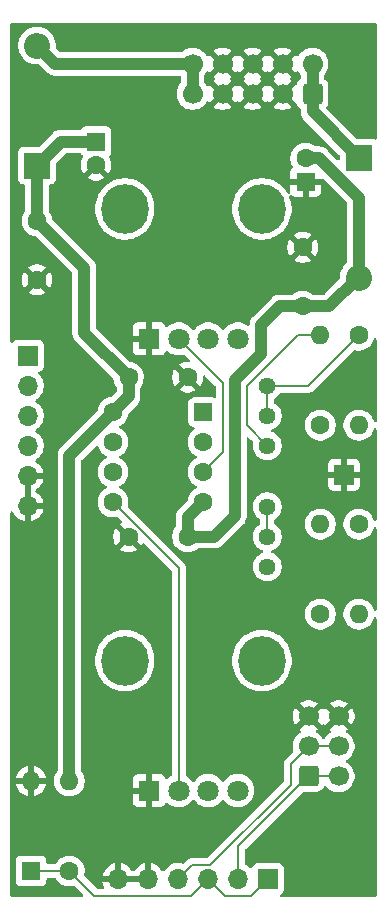
<source format=gbl>
%TF.GenerationSoftware,KiCad,Pcbnew,9.0.0*%
%TF.CreationDate,2025-03-02T11:48:58+01:00*%
%TF.ProjectId,DMH_Multiverter_PCB,444d485f-4d75-46c7-9469-766572746572,1*%
%TF.SameCoordinates,Original*%
%TF.FileFunction,Copper,L2,Bot*%
%TF.FilePolarity,Positive*%
%FSLAX46Y46*%
G04 Gerber Fmt 4.6, Leading zero omitted, Abs format (unit mm)*
G04 Created by KiCad (PCBNEW 9.0.0) date 2025-03-02 11:48:58*
%MOMM*%
%LPD*%
G01*
G04 APERTURE LIST*
G04 Aperture macros list*
%AMRoundRect*
0 Rectangle with rounded corners*
0 $1 Rounding radius*
0 $2 $3 $4 $5 $6 $7 $8 $9 X,Y pos of 4 corners*
0 Add a 4 corners polygon primitive as box body*
4,1,4,$2,$3,$4,$5,$6,$7,$8,$9,$2,$3,0*
0 Add four circle primitives for the rounded corners*
1,1,$1+$1,$2,$3*
1,1,$1+$1,$4,$5*
1,1,$1+$1,$6,$7*
1,1,$1+$1,$8,$9*
0 Add four rect primitives between the rounded corners*
20,1,$1+$1,$2,$3,$4,$5,0*
20,1,$1+$1,$4,$5,$6,$7,0*
20,1,$1+$1,$6,$7,$8,$9,0*
20,1,$1+$1,$8,$9,$2,$3,0*%
G04 Aperture macros list end*
%TA.AperFunction,ComponentPad*%
%ADD10O,4.000000X4.200000*%
%TD*%
%TA.AperFunction,ComponentPad*%
%ADD11C,1.800000*%
%TD*%
%TA.AperFunction,ComponentPad*%
%ADD12R,1.800000X1.800000*%
%TD*%
%TA.AperFunction,ComponentPad*%
%ADD13R,1.700000X1.700000*%
%TD*%
%TA.AperFunction,ComponentPad*%
%ADD14C,1.600000*%
%TD*%
%TA.AperFunction,ComponentPad*%
%ADD15O,1.600000X1.600000*%
%TD*%
%TA.AperFunction,ComponentPad*%
%ADD16RoundRect,0.250000X0.550000X0.550000X-0.550000X0.550000X-0.550000X-0.550000X0.550000X-0.550000X0*%
%TD*%
%TA.AperFunction,ComponentPad*%
%ADD17R,2.200000X2.200000*%
%TD*%
%TA.AperFunction,ComponentPad*%
%ADD18O,2.200000X2.200000*%
%TD*%
%TA.AperFunction,ComponentPad*%
%ADD19O,1.700000X1.700000*%
%TD*%
%TA.AperFunction,ComponentPad*%
%ADD20C,1.440000*%
%TD*%
%TA.AperFunction,ComponentPad*%
%ADD21R,1.600000X1.600000*%
%TD*%
%TA.AperFunction,ComponentPad*%
%ADD22RoundRect,0.250000X0.600000X-0.600000X0.600000X0.600000X-0.600000X0.600000X-0.600000X-0.600000X0*%
%TD*%
%TA.AperFunction,ComponentPad*%
%ADD23C,1.700000*%
%TD*%
%TA.AperFunction,ComponentPad*%
%ADD24RoundRect,0.250000X-0.600000X-0.600000X0.600000X-0.600000X0.600000X0.600000X-0.600000X0.600000X0*%
%TD*%
%TA.AperFunction,Conductor*%
%ADD25C,1.000000*%
%TD*%
%TA.AperFunction,Conductor*%
%ADD26C,0.200000*%
%TD*%
G04 APERTURE END LIST*
D10*
%TO.P,RV1,*%
%TO.N,*%
X77200000Y-58750000D03*
D11*
X86750000Y-69750000D03*
D10*
X88800000Y-58750000D03*
D12*
%TO.P,RV1,1,1*%
%TO.N,GND*%
X79250000Y-69750000D03*
D11*
%TO.P,RV1,2,2*%
%TO.N,Net-(U1A-+)*%
X81750000Y-69750000D03*
%TO.P,RV1,3,3*%
%TO.N,/Core Circuit/Att A Input*%
X84250000Y-69750000D03*
%TD*%
D13*
%TO.P,J0,1,Pin_1*%
%TO.N,GND*%
X95750000Y-81250000D03*
%TD*%
D10*
%TO.P,RV2,*%
%TO.N,*%
X77200000Y-97000000D03*
D11*
X86750000Y-108000000D03*
D10*
X88800000Y-97000000D03*
D12*
%TO.P,RV2,1,1*%
%TO.N,GND*%
X79250000Y-108000000D03*
D11*
%TO.P,RV2,2,2*%
%TO.N,Net-(U1B-+)*%
X81750000Y-108000000D03*
%TO.P,RV2,3,3*%
%TO.N,/Core Circuit/Att B Input*%
X84250000Y-108000000D03*
%TD*%
D14*
%TO.P,R5,1*%
%TO.N,Net-(D3-K)*%
X72500000Y-114810000D03*
D15*
%TO.P,R5,2*%
%TO.N,+12V*%
X72500000Y-107190000D03*
%TD*%
D14*
%TO.P,C6,1*%
%TO.N,GND*%
X77500000Y-86500000D03*
%TO.P,C6,2*%
%TO.N,-12V*%
X82500000Y-86500000D03*
%TD*%
D16*
%TO.P,U1,1*%
%TO.N,Net-(R2-Pad1)*%
X83800000Y-75950000D03*
D14*
%TO.P,U1,2,-*%
%TO.N,Net-(U1A--)*%
X83800000Y-78490000D03*
%TO.P,U1,3,+*%
%TO.N,Net-(U1A-+)*%
X83800000Y-81030000D03*
%TO.P,U1,4,V-*%
%TO.N,-12V*%
X83800000Y-83570000D03*
%TO.P,U1,5,+*%
%TO.N,Net-(U1B-+)*%
X76180000Y-83570000D03*
%TO.P,U1,6,-*%
%TO.N,Net-(U1B--)*%
X76180000Y-81030000D03*
%TO.P,U1,7*%
%TO.N,Net-(R4-Pad1)*%
X76180000Y-78490000D03*
%TO.P,U1,8,V+*%
%TO.N,+12V*%
X76180000Y-75950000D03*
%TD*%
%TO.P,C4,1*%
%TO.N,GND*%
X92250000Y-62000000D03*
%TO.P,C4,2*%
%TO.N,-12V*%
X92250000Y-67000000D03*
%TD*%
%TO.P,R2,1*%
%TO.N,Net-(R2-Pad1)*%
X97000000Y-69440000D03*
D15*
%TO.P,R2,2*%
%TO.N,/Core Circuit/Att A Output*%
X97000000Y-77060000D03*
%TD*%
D17*
%TO.P,D2,1,K*%
%TO.N,Net-(D2-K)*%
X97000000Y-54420000D03*
D18*
%TO.P,D2,2,A*%
%TO.N,-12V*%
X97000000Y-64580000D03*
%TD*%
D13*
%TO.P,J60,1,Pin_1*%
%TO.N,Net-(D3-K)*%
X89325000Y-115475000D03*
D19*
%TO.P,J60,2,Pin_2*%
%TO.N,Net-(J200-Pin_1)*%
X86785000Y-115475000D03*
%TO.P,J60,3,Pin_3*%
%TO.N,Net-(D3-K)*%
X84245000Y-115475000D03*
%TO.P,J60,4,Pin_4*%
%TO.N,Net-(J200-Pin_2)*%
X81705000Y-115475000D03*
%TO.P,J60,5,Pin_5*%
%TO.N,GND*%
X79165000Y-115475000D03*
%TO.P,J60,6,Pin_6*%
X76625000Y-115475000D03*
%TD*%
D20*
%TO.P,RV3,1,1*%
%TO.N,Net-(U1A--)*%
X89250000Y-78800000D03*
%TO.P,RV3,2,2*%
%TO.N,Net-(R2-Pad1)*%
X89250000Y-76260000D03*
%TO.P,RV3,3,3*%
X89250000Y-73720000D03*
%TD*%
D14*
%TO.P,R1,1*%
%TO.N,/Core Circuit/Att A Input*%
X93750000Y-77060000D03*
D15*
%TO.P,R1,2*%
%TO.N,Net-(U1A--)*%
X93750000Y-69440000D03*
%TD*%
D13*
%TO.P,J50,1,Pin_1*%
%TO.N,/Core Circuit/Att A Input*%
X68975000Y-71175000D03*
D19*
%TO.P,J50,2,Pin_2*%
%TO.N,/Core Circuit/Att A Output*%
X68975000Y-73715000D03*
%TO.P,J50,3,Pin_3*%
%TO.N,/Core Circuit/Att B Input*%
X68975000Y-76255000D03*
%TO.P,J50,4,Pin_4*%
%TO.N,/Core Circuit/Att B Output*%
X68975000Y-78795000D03*
%TO.P,J50,5,Pin_5*%
%TO.N,GND*%
X68975000Y-81335000D03*
%TO.P,J50,6,Pin_6*%
X68975000Y-83875000D03*
%TD*%
D17*
%TO.P,D1,1,K*%
%TO.N,+12V*%
X69750000Y-55080000D03*
D18*
%TO.P,D1,2,A*%
%TO.N,Net-(D1-A)*%
X69750000Y-44920000D03*
%TD*%
D20*
%TO.P,RV4,1,1*%
%TO.N,Net-(U1B--)*%
X89250000Y-89050000D03*
%TO.P,RV4,2,2*%
%TO.N,Net-(R4-Pad1)*%
X89250000Y-86510000D03*
%TO.P,RV4,3,3*%
X89250000Y-83970000D03*
%TD*%
D21*
%TO.P,C2,1*%
%TO.N,GND*%
X92500000Y-56455113D03*
D14*
%TO.P,C2,2*%
%TO.N,-12V*%
X92500000Y-54455113D03*
%TD*%
%TO.P,R4,1*%
%TO.N,Net-(R4-Pad1)*%
X97000000Y-85440000D03*
D15*
%TO.P,R4,2*%
%TO.N,/Core Circuit/Att B Output*%
X97000000Y-93060000D03*
%TD*%
D14*
%TO.P,R3,1*%
%TO.N,/Core Circuit/Att B Input*%
X93750000Y-93060000D03*
D15*
%TO.P,R3,2*%
%TO.N,Net-(U1B--)*%
X93750000Y-85440000D03*
%TD*%
D14*
%TO.P,C5,1*%
%TO.N,+12V*%
X77500000Y-73000000D03*
%TO.P,C5,2*%
%TO.N,GND*%
X82500000Y-73000000D03*
%TD*%
%TO.P,C3,1*%
%TO.N,+12V*%
X69750000Y-59750000D03*
%TO.P,C3,2*%
%TO.N,GND*%
X69750000Y-64750000D03*
%TD*%
D22*
%TO.P,J100,1a,Pin_1a*%
%TO.N,Net-(D2-K)*%
X93080000Y-49002500D03*
D23*
%TO.P,J100,1b,Pin_1b*%
X93080000Y-46462500D03*
%TO.P,J100,2a,Pin_2a*%
%TO.N,GND*%
X90540000Y-49002500D03*
%TO.P,J100,2b,Pin_2b*%
X90540000Y-46462500D03*
%TO.P,J100,3a,Pin_3a*%
X88000000Y-49002500D03*
%TO.P,J100,3b,Pin_3b*%
X88000000Y-46462500D03*
%TO.P,J100,4a,Pin_4a*%
X85460000Y-49002500D03*
%TO.P,J100,4b,Pin_4b*%
X85460000Y-46462500D03*
%TO.P,J100,5a,Pin_5a*%
%TO.N,Net-(D1-A)*%
X82920000Y-49002500D03*
%TO.P,J100,5b,Pin_5b*%
X82920000Y-46462500D03*
%TD*%
D21*
%TO.P,C1,1*%
%TO.N,+12V*%
X74750000Y-53044888D03*
D14*
%TO.P,C1,2*%
%TO.N,GND*%
X74750000Y-55044888D03*
%TD*%
D21*
%TO.P,D3,1,K*%
%TO.N,Net-(D3-K)*%
X69250000Y-114810000D03*
D15*
%TO.P,D3,2,A*%
%TO.N,GND*%
X69250000Y-107190000D03*
%TD*%
D24*
%TO.P,J200,1,Pin_1*%
%TO.N,Net-(J200-Pin_1)*%
X92747500Y-106790000D03*
D23*
%TO.P,J200,2,Pin_2*%
%TO.N,Net-(J200-Pin_2)*%
X92747500Y-104250000D03*
%TO.P,J200,3,Pin_3*%
%TO.N,GND*%
X92747500Y-101710000D03*
%TO.P,J200,4,Pin_4*%
%TO.N,Net-(J200-Pin_1)*%
X95287500Y-106790000D03*
%TO.P,J200,5,Pin_5*%
%TO.N,Net-(J200-Pin_2)*%
X95287500Y-104250000D03*
%TO.P,J200,6,Pin_6*%
%TO.N,GND*%
X95287500Y-101710000D03*
%TD*%
D25*
%TO.N,+12V*%
X69750000Y-55080000D02*
X71785112Y-53044888D01*
X73750000Y-63750000D02*
X73750000Y-69250000D01*
X69750000Y-59750000D02*
X69750000Y-55080000D01*
X73750000Y-69250000D02*
X77500000Y-73000000D01*
X76180000Y-75950000D02*
X72500000Y-79630000D01*
X77500000Y-73000000D02*
X77500000Y-74630000D01*
X71785112Y-53044888D02*
X74750000Y-53044888D01*
X69750000Y-59750000D02*
X73750000Y-63750000D01*
X77500000Y-74630000D02*
X76180000Y-75950000D01*
X72500000Y-79630000D02*
X72500000Y-107190000D01*
%TO.N,-12V*%
X82500000Y-86500000D02*
X82500000Y-84870000D01*
X82500000Y-84870000D02*
X83800000Y-83570000D01*
X90318679Y-67000000D02*
X92250000Y-67000000D01*
X82500000Y-86500000D02*
X84750000Y-86500000D01*
X88750000Y-71000000D02*
X88750000Y-68568679D01*
X97000000Y-64580000D02*
X96920000Y-64580000D01*
X93631370Y-54455113D02*
X97000000Y-57823743D01*
X86500000Y-73250000D02*
X88750000Y-71000000D01*
X92500000Y-54455113D02*
X93631370Y-54455113D01*
X84750000Y-86500000D02*
X86500000Y-84750000D01*
X97000000Y-57823743D02*
X97000000Y-64580000D01*
X96920000Y-64580000D02*
X94500000Y-67000000D01*
X86500000Y-84750000D02*
X86500000Y-73250000D01*
X94500000Y-67000000D02*
X92250000Y-67000000D01*
X88750000Y-68568679D02*
X90318679Y-67000000D01*
%TO.N,Net-(D1-A)*%
X71292500Y-46462500D02*
X69750000Y-44920000D01*
X82920000Y-46462500D02*
X71292500Y-46462500D01*
X82920000Y-46462500D02*
X82920000Y-49002500D01*
%TO.N,Net-(D2-K)*%
X93080000Y-49002500D02*
X93080000Y-50500000D01*
X93080000Y-50500000D02*
X97000000Y-54420000D01*
X93080000Y-49002500D02*
X93080000Y-46462500D01*
D26*
%TO.N,Net-(D3-K)*%
X72500000Y-114810000D02*
X74590000Y-116900000D01*
X87900000Y-116900000D02*
X89325000Y-115475000D01*
X82820000Y-116900000D02*
X84245000Y-115475000D01*
X69250000Y-114810000D02*
X72500000Y-114810000D01*
X84245000Y-115475000D02*
X85670000Y-116900000D01*
X85670000Y-116900000D02*
X87900000Y-116900000D01*
X74590000Y-116900000D02*
X82820000Y-116900000D01*
%TO.N,Net-(J200-Pin_2)*%
X92747500Y-104250000D02*
X91250000Y-105747500D01*
X91250000Y-105747500D02*
X91250000Y-107500000D01*
X82855000Y-114325000D02*
X81705000Y-115475000D01*
X84425000Y-114325000D02*
X82855000Y-114325000D01*
X95287500Y-104250000D02*
X92747500Y-104250000D01*
X91250000Y-107500000D02*
X84425000Y-114325000D01*
%TO.N,Net-(U1A--)*%
X91810000Y-69440000D02*
X93750000Y-69440000D01*
X89250000Y-78800000D02*
X87500000Y-77050000D01*
X87500000Y-77050000D02*
X87500000Y-73750000D01*
X87500000Y-73750000D02*
X91810000Y-69440000D01*
%TO.N,Net-(R2-Pad1)*%
X89250000Y-76260000D02*
X89250000Y-73720000D01*
X92720000Y-73720000D02*
X97000000Y-69440000D01*
X89250000Y-73720000D02*
X92720000Y-73720000D01*
%TO.N,Net-(R4-Pad1)*%
X89250000Y-83970000D02*
X89250000Y-86510000D01*
%TO.N,Net-(U1A-+)*%
X81750000Y-69750000D02*
X85500000Y-73500000D01*
X85500000Y-79330000D02*
X83800000Y-81030000D01*
X85500000Y-73500000D02*
X85500000Y-79330000D01*
%TO.N,Net-(U1B-+)*%
X81750000Y-89140000D02*
X81750000Y-108000000D01*
X76180000Y-83570000D02*
X81750000Y-89140000D01*
%TO.N,Net-(J200-Pin_1)*%
X95287500Y-106790000D02*
X92747500Y-106790000D01*
X92710000Y-106790000D02*
X86785000Y-112715000D01*
X86785000Y-112715000D02*
X86785000Y-115475000D01*
X92747500Y-106790000D02*
X92710000Y-106790000D01*
%TD*%
%TA.AperFunction,Conductor*%
%TO.N,GND*%
G36*
X98442539Y-43020185D02*
G01*
X98488294Y-43072989D01*
X98499500Y-43124500D01*
X98499500Y-52756230D01*
X98479815Y-52823269D01*
X98427011Y-52869024D01*
X98357853Y-52878968D01*
X98332168Y-52872412D01*
X98207485Y-52825909D01*
X98207483Y-52825908D01*
X98147883Y-52819501D01*
X98147881Y-52819500D01*
X98147873Y-52819500D01*
X98147865Y-52819500D01*
X96865782Y-52819500D01*
X96798743Y-52799815D01*
X96778101Y-52783181D01*
X94257075Y-50262155D01*
X94223590Y-50200832D01*
X94228574Y-50131140D01*
X94257075Y-50086793D01*
X94272712Y-50071156D01*
X94364814Y-49921834D01*
X94419999Y-49755297D01*
X94430500Y-49652509D01*
X94430499Y-48352492D01*
X94425601Y-48304548D01*
X94419999Y-48249703D01*
X94419998Y-48249700D01*
X94388707Y-48155271D01*
X94364814Y-48083166D01*
X94272712Y-47933844D01*
X94148656Y-47809788D01*
X94148655Y-47809787D01*
X94139402Y-47804080D01*
X94092678Y-47752132D01*
X94080500Y-47698542D01*
X94080500Y-47422699D01*
X94100185Y-47355660D01*
X94109471Y-47343164D01*
X94235048Y-47170320D01*
X94235047Y-47170320D01*
X94235051Y-47170316D01*
X94331557Y-46980912D01*
X94397246Y-46778743D01*
X94430500Y-46568787D01*
X94430500Y-46356213D01*
X94397246Y-46146257D01*
X94331557Y-45944088D01*
X94235051Y-45754684D01*
X94235049Y-45754681D01*
X94235048Y-45754679D01*
X94110109Y-45582713D01*
X93959786Y-45432390D01*
X93787820Y-45307451D01*
X93598414Y-45210944D01*
X93598413Y-45210943D01*
X93598412Y-45210943D01*
X93396243Y-45145254D01*
X93396241Y-45145253D01*
X93396240Y-45145253D01*
X93234957Y-45119708D01*
X93186287Y-45112000D01*
X92973713Y-45112000D01*
X92925042Y-45119708D01*
X92763760Y-45145253D01*
X92561585Y-45210944D01*
X92372179Y-45307451D01*
X92200213Y-45432390D01*
X92049890Y-45582713D01*
X91924949Y-45754682D01*
X91920202Y-45763999D01*
X91872227Y-45814793D01*
X91804405Y-45831587D01*
X91738271Y-45809048D01*
X91699234Y-45763995D01*
X91694626Y-45754952D01*
X91655270Y-45700782D01*
X91655269Y-45700782D01*
X91022962Y-46333090D01*
X91005925Y-46269507D01*
X90940099Y-46155493D01*
X90847007Y-46062401D01*
X90732993Y-45996575D01*
X90669409Y-45979537D01*
X91301716Y-45347228D01*
X91247550Y-45307875D01*
X91058217Y-45211404D01*
X90856129Y-45145742D01*
X90646246Y-45112500D01*
X90433754Y-45112500D01*
X90223872Y-45145742D01*
X90223869Y-45145742D01*
X90021782Y-45211404D01*
X89832439Y-45307880D01*
X89778282Y-45347227D01*
X89778282Y-45347228D01*
X90410591Y-45979537D01*
X90347007Y-45996575D01*
X90232993Y-46062401D01*
X90139901Y-46155493D01*
X90074075Y-46269507D01*
X90057037Y-46333091D01*
X89424728Y-45700782D01*
X89424727Y-45700782D01*
X89385380Y-45754940D01*
X89380483Y-45764551D01*
X89332506Y-45815345D01*
X89264684Y-45832138D01*
X89198550Y-45809598D01*
X89159516Y-45764548D01*
X89154626Y-45754952D01*
X89115270Y-45700782D01*
X89115269Y-45700782D01*
X88482962Y-46333090D01*
X88465925Y-46269507D01*
X88400099Y-46155493D01*
X88307007Y-46062401D01*
X88192993Y-45996575D01*
X88129409Y-45979537D01*
X88761716Y-45347228D01*
X88707550Y-45307875D01*
X88518217Y-45211404D01*
X88316129Y-45145742D01*
X88106246Y-45112500D01*
X87893754Y-45112500D01*
X87683872Y-45145742D01*
X87683869Y-45145742D01*
X87481782Y-45211404D01*
X87292439Y-45307880D01*
X87238282Y-45347227D01*
X87238282Y-45347228D01*
X87870591Y-45979537D01*
X87807007Y-45996575D01*
X87692993Y-46062401D01*
X87599901Y-46155493D01*
X87534075Y-46269507D01*
X87517037Y-46333091D01*
X86884728Y-45700782D01*
X86884727Y-45700782D01*
X86845380Y-45754940D01*
X86840483Y-45764551D01*
X86792506Y-45815345D01*
X86724684Y-45832138D01*
X86658550Y-45809598D01*
X86619516Y-45764548D01*
X86614626Y-45754952D01*
X86575270Y-45700782D01*
X86575269Y-45700782D01*
X85942962Y-46333090D01*
X85925925Y-46269507D01*
X85860099Y-46155493D01*
X85767007Y-46062401D01*
X85652993Y-45996575D01*
X85589409Y-45979537D01*
X86221716Y-45347228D01*
X86167550Y-45307875D01*
X85978217Y-45211404D01*
X85776129Y-45145742D01*
X85566246Y-45112500D01*
X85353754Y-45112500D01*
X85143872Y-45145742D01*
X85143869Y-45145742D01*
X84941782Y-45211404D01*
X84752439Y-45307880D01*
X84698282Y-45347227D01*
X84698282Y-45347228D01*
X85330591Y-45979537D01*
X85267007Y-45996575D01*
X85152993Y-46062401D01*
X85059901Y-46155493D01*
X84994075Y-46269507D01*
X84977037Y-46333091D01*
X84344728Y-45700782D01*
X84344727Y-45700782D01*
X84305380Y-45754940D01*
X84305376Y-45754946D01*
X84300760Y-45764005D01*
X84252781Y-45814797D01*
X84184959Y-45831587D01*
X84118826Y-45809043D01*
X84079794Y-45763993D01*
X84075051Y-45754684D01*
X84075049Y-45754681D01*
X84075048Y-45754679D01*
X83950109Y-45582713D01*
X83799786Y-45432390D01*
X83627820Y-45307451D01*
X83438414Y-45210944D01*
X83438413Y-45210943D01*
X83438412Y-45210943D01*
X83236243Y-45145254D01*
X83236241Y-45145253D01*
X83236240Y-45145253D01*
X83074957Y-45119708D01*
X83026287Y-45112000D01*
X82813713Y-45112000D01*
X82765042Y-45119708D01*
X82603760Y-45145253D01*
X82401585Y-45210944D01*
X82212179Y-45307451D01*
X82036266Y-45435259D01*
X82035635Y-45434391D01*
X81976581Y-45460859D01*
X81959800Y-45462000D01*
X71758283Y-45462000D01*
X71691244Y-45442315D01*
X71670602Y-45425681D01*
X71386572Y-45141651D01*
X71353087Y-45080328D01*
X71351084Y-45050834D01*
X71350500Y-45050834D01*
X71350500Y-44794038D01*
X71311090Y-44545215D01*
X71233241Y-44305621D01*
X71233239Y-44305618D01*
X71233239Y-44305616D01*
X71191747Y-44224184D01*
X71118870Y-44081155D01*
X71099952Y-44055117D01*
X70970798Y-43877350D01*
X70970794Y-43877345D01*
X70792654Y-43699205D01*
X70792649Y-43699201D01*
X70588848Y-43551132D01*
X70588847Y-43551131D01*
X70588845Y-43551130D01*
X70518747Y-43515413D01*
X70364383Y-43436760D01*
X70124785Y-43358910D01*
X69875962Y-43319500D01*
X69624038Y-43319500D01*
X69499626Y-43339205D01*
X69375214Y-43358910D01*
X69135616Y-43436760D01*
X68911151Y-43551132D01*
X68707350Y-43699201D01*
X68707345Y-43699205D01*
X68529205Y-43877345D01*
X68529201Y-43877350D01*
X68381132Y-44081151D01*
X68266760Y-44305616D01*
X68188910Y-44545214D01*
X68188910Y-44545215D01*
X68149500Y-44794038D01*
X68149500Y-45045962D01*
X68165304Y-45145742D01*
X68188910Y-45294785D01*
X68266760Y-45534383D01*
X68291386Y-45582713D01*
X68379146Y-45754952D01*
X68381132Y-45758848D01*
X68529201Y-45962649D01*
X68529205Y-45962654D01*
X68707345Y-46140794D01*
X68707350Y-46140798D01*
X68884504Y-46269507D01*
X68911155Y-46288870D01*
X69043323Y-46356213D01*
X69135616Y-46403239D01*
X69135618Y-46403239D01*
X69135621Y-46403241D01*
X69375215Y-46481090D01*
X69624038Y-46520500D01*
X69624039Y-46520500D01*
X69880834Y-46520500D01*
X69880834Y-46522022D01*
X69942612Y-46534996D01*
X69971651Y-46556572D01*
X70515360Y-47100281D01*
X70515361Y-47100282D01*
X70654718Y-47239639D01*
X70818586Y-47349132D01*
X70925245Y-47393311D01*
X71000664Y-47424551D01*
X71193954Y-47462999D01*
X71193957Y-47463000D01*
X71193959Y-47463000D01*
X81795500Y-47463000D01*
X81862539Y-47482685D01*
X81908294Y-47535489D01*
X81919500Y-47587000D01*
X81919500Y-48042300D01*
X81899815Y-48109339D01*
X81890506Y-48121865D01*
X81764951Y-48294679D01*
X81668444Y-48484085D01*
X81602753Y-48686260D01*
X81569500Y-48896213D01*
X81569500Y-49108786D01*
X81602753Y-49318739D01*
X81668444Y-49520914D01*
X81764951Y-49710320D01*
X81889890Y-49882286D01*
X82040213Y-50032609D01*
X82212179Y-50157548D01*
X82212181Y-50157549D01*
X82212184Y-50157551D01*
X82401588Y-50254057D01*
X82603757Y-50319746D01*
X82813713Y-50353000D01*
X82813714Y-50353000D01*
X83026286Y-50353000D01*
X83026287Y-50353000D01*
X83236243Y-50319746D01*
X83438412Y-50254057D01*
X83627816Y-50157551D01*
X83725207Y-50086793D01*
X83799786Y-50032609D01*
X83799788Y-50032606D01*
X83799792Y-50032604D01*
X83950104Y-49882292D01*
X83950106Y-49882288D01*
X83950109Y-49882286D01*
X84024801Y-49779479D01*
X84075051Y-49710316D01*
X84079793Y-49701008D01*
X84127763Y-49650211D01*
X84195583Y-49633411D01*
X84261719Y-49655945D01*
X84300763Y-49701000D01*
X84305373Y-49710047D01*
X84344728Y-49764216D01*
X84977037Y-49131908D01*
X84994075Y-49195493D01*
X85059901Y-49309507D01*
X85152993Y-49402599D01*
X85267007Y-49468425D01*
X85330590Y-49485462D01*
X84698282Y-50117769D01*
X84698282Y-50117770D01*
X84752449Y-50157124D01*
X84941782Y-50253595D01*
X85143870Y-50319257D01*
X85353754Y-50352500D01*
X85566246Y-50352500D01*
X85776127Y-50319257D01*
X85776130Y-50319257D01*
X85978217Y-50253595D01*
X86167554Y-50157122D01*
X86221716Y-50117770D01*
X86221717Y-50117770D01*
X85589408Y-49485462D01*
X85652993Y-49468425D01*
X85767007Y-49402599D01*
X85860099Y-49309507D01*
X85925925Y-49195493D01*
X85942962Y-49131908D01*
X86575270Y-49764217D01*
X86575270Y-49764216D01*
X86614622Y-49710054D01*
X86619514Y-49700454D01*
X86667488Y-49649657D01*
X86735308Y-49632861D01*
X86801444Y-49655397D01*
X86840486Y-49700454D01*
X86845375Y-49710050D01*
X86884728Y-49764216D01*
X87517037Y-49131908D01*
X87534075Y-49195493D01*
X87599901Y-49309507D01*
X87692993Y-49402599D01*
X87807007Y-49468425D01*
X87870590Y-49485462D01*
X87238282Y-50117769D01*
X87238282Y-50117770D01*
X87292449Y-50157124D01*
X87481782Y-50253595D01*
X87683870Y-50319257D01*
X87893754Y-50352500D01*
X88106246Y-50352500D01*
X88316127Y-50319257D01*
X88316130Y-50319257D01*
X88518217Y-50253595D01*
X88707554Y-50157122D01*
X88761716Y-50117770D01*
X88761717Y-50117770D01*
X88129408Y-49485462D01*
X88192993Y-49468425D01*
X88307007Y-49402599D01*
X88400099Y-49309507D01*
X88465925Y-49195493D01*
X88482962Y-49131908D01*
X89115270Y-49764217D01*
X89115270Y-49764216D01*
X89154622Y-49710054D01*
X89159514Y-49700454D01*
X89207488Y-49649657D01*
X89275308Y-49632861D01*
X89341444Y-49655397D01*
X89380486Y-49700454D01*
X89385375Y-49710050D01*
X89424728Y-49764216D01*
X90057037Y-49131908D01*
X90074075Y-49195493D01*
X90139901Y-49309507D01*
X90232993Y-49402599D01*
X90347007Y-49468425D01*
X90410590Y-49485462D01*
X89778282Y-50117769D01*
X89778282Y-50117770D01*
X89832449Y-50157124D01*
X90021782Y-50253595D01*
X90223870Y-50319257D01*
X90433754Y-50352500D01*
X90646246Y-50352500D01*
X90856127Y-50319257D01*
X90856130Y-50319257D01*
X91058217Y-50253595D01*
X91247554Y-50157122D01*
X91301716Y-50117770D01*
X91301717Y-50117770D01*
X90669408Y-49485462D01*
X90732993Y-49468425D01*
X90847007Y-49402599D01*
X90940099Y-49309507D01*
X91005925Y-49195493D01*
X91022962Y-49131908D01*
X91659441Y-49768388D01*
X91712234Y-49779479D01*
X91761991Y-49828530D01*
X91771291Y-49849727D01*
X91795184Y-49921828D01*
X91795186Y-49921834D01*
X91887288Y-50071156D01*
X92011344Y-50195212D01*
X92020591Y-50200916D01*
X92067318Y-50252860D01*
X92079500Y-50306457D01*
X92079500Y-50598541D01*
X92079500Y-50598543D01*
X92079499Y-50598543D01*
X92117947Y-50791829D01*
X92117950Y-50791839D01*
X92193364Y-50973907D01*
X92193371Y-50973920D01*
X92302860Y-51137781D01*
X92302863Y-51137785D01*
X92446537Y-51281459D01*
X92446559Y-51281479D01*
X95363181Y-54198101D01*
X95377884Y-54225028D01*
X95394477Y-54250847D01*
X95395368Y-54257047D01*
X95396666Y-54259424D01*
X95399500Y-54285782D01*
X95399500Y-54508961D01*
X95379815Y-54576000D01*
X95327011Y-54621755D01*
X95257853Y-54631699D01*
X95194297Y-54602674D01*
X95187819Y-54596642D01*
X94412849Y-53821672D01*
X94412829Y-53821650D01*
X94269155Y-53677976D01*
X94269151Y-53677973D01*
X94105290Y-53568484D01*
X94105281Y-53568479D01*
X93983720Y-53518127D01*
X93983718Y-53518126D01*
X93976535Y-53515151D01*
X93923206Y-53493062D01*
X93814480Y-53471435D01*
X93793923Y-53467346D01*
X93729913Y-53454613D01*
X93729911Y-53454613D01*
X93375762Y-53454613D01*
X93308723Y-53434928D01*
X93302877Y-53430931D01*
X93181613Y-53342828D01*
X93181612Y-53342827D01*
X93181610Y-53342826D01*
X93124653Y-53313804D01*
X92999223Y-53249894D01*
X92804534Y-53186635D01*
X92629995Y-53158991D01*
X92602352Y-53154613D01*
X92397648Y-53154613D01*
X92373329Y-53158464D01*
X92195465Y-53186635D01*
X92000776Y-53249894D01*
X91818386Y-53342828D01*
X91652786Y-53463141D01*
X91508028Y-53607899D01*
X91387715Y-53773499D01*
X91294781Y-53955889D01*
X91231522Y-54150578D01*
X91199500Y-54352761D01*
X91199500Y-54557464D01*
X91231522Y-54759647D01*
X91294781Y-54954336D01*
X91387383Y-55136075D01*
X91400279Y-55204744D01*
X91374003Y-55269485D01*
X91351210Y-55291636D01*
X91342814Y-55297920D01*
X91342808Y-55297927D01*
X91256649Y-55413019D01*
X91256645Y-55413026D01*
X91206403Y-55547733D01*
X91206401Y-55547740D01*
X91200000Y-55607268D01*
X91200000Y-56205113D01*
X92184314Y-56205113D01*
X92179920Y-56209507D01*
X92127259Y-56300719D01*
X92100000Y-56402452D01*
X92100000Y-56507774D01*
X92127259Y-56609507D01*
X92179920Y-56700719D01*
X92184314Y-56705113D01*
X91200000Y-56705113D01*
X91200000Y-57302940D01*
X91200001Y-57302959D01*
X91203137Y-57332128D01*
X91190732Y-57400887D01*
X91143122Y-57452025D01*
X91075422Y-57469304D01*
X91009128Y-57447239D01*
X90974854Y-57411355D01*
X90842523Y-57200752D01*
X90667416Y-56981175D01*
X90468825Y-56782584D01*
X90249248Y-56607477D01*
X90011445Y-56458055D01*
X90011442Y-56458053D01*
X89758411Y-56336200D01*
X89493329Y-56243443D01*
X89493317Y-56243439D01*
X89219512Y-56180945D01*
X89219494Y-56180942D01*
X88940431Y-56149500D01*
X88940425Y-56149500D01*
X88659575Y-56149500D01*
X88659568Y-56149500D01*
X88380505Y-56180942D01*
X88380487Y-56180945D01*
X88106682Y-56243439D01*
X88106670Y-56243443D01*
X87841588Y-56336200D01*
X87588557Y-56458053D01*
X87350753Y-56607476D01*
X87131175Y-56782583D01*
X86932583Y-56981175D01*
X86757476Y-57200753D01*
X86608055Y-57438555D01*
X86486200Y-57691588D01*
X86393443Y-57956670D01*
X86393439Y-57956682D01*
X86330945Y-58230487D01*
X86330942Y-58230505D01*
X86299500Y-58509568D01*
X86299500Y-58990431D01*
X86330942Y-59269494D01*
X86330945Y-59269512D01*
X86393439Y-59543317D01*
X86393443Y-59543329D01*
X86486200Y-59808411D01*
X86608053Y-60061442D01*
X86608055Y-60061445D01*
X86757477Y-60299248D01*
X86932584Y-60518825D01*
X87131175Y-60717416D01*
X87350752Y-60892523D01*
X87588555Y-61041945D01*
X87841592Y-61163801D01*
X88040680Y-61233465D01*
X88106670Y-61256556D01*
X88106682Y-61256560D01*
X88380491Y-61319055D01*
X88380497Y-61319055D01*
X88380505Y-61319057D01*
X88566547Y-61340018D01*
X88659569Y-61350499D01*
X88659572Y-61350500D01*
X88659575Y-61350500D01*
X88940428Y-61350500D01*
X88940429Y-61350499D01*
X89083055Y-61334429D01*
X89219494Y-61319057D01*
X89219499Y-61319056D01*
X89219509Y-61319055D01*
X89493318Y-61256560D01*
X89758408Y-61163801D01*
X90011445Y-61041945D01*
X90249248Y-60892523D01*
X90468825Y-60717416D01*
X90667416Y-60518825D01*
X90842523Y-60299248D01*
X90991945Y-60061445D01*
X91113801Y-59808408D01*
X91206560Y-59543318D01*
X91269055Y-59269509D01*
X91300500Y-58990425D01*
X91300500Y-58509575D01*
X91290018Y-58416547D01*
X91269057Y-58230505D01*
X91269054Y-58230487D01*
X91262516Y-58201844D01*
X91206560Y-57956682D01*
X91126288Y-57727280D01*
X91122727Y-57657502D01*
X91157455Y-57596875D01*
X91219449Y-57564647D01*
X91289024Y-57571052D01*
X91335773Y-57606797D01*
X91336540Y-57606031D01*
X91342287Y-57611778D01*
X91342598Y-57612016D01*
X91342814Y-57612304D01*
X91457906Y-57698463D01*
X91457913Y-57698467D01*
X91592620Y-57748709D01*
X91592627Y-57748711D01*
X91652155Y-57755112D01*
X91652172Y-57755113D01*
X92250000Y-57755113D01*
X92250000Y-56770799D01*
X92254394Y-56775193D01*
X92345606Y-56827854D01*
X92447339Y-56855113D01*
X92552661Y-56855113D01*
X92654394Y-56827854D01*
X92745606Y-56775193D01*
X92750000Y-56770799D01*
X92750000Y-57755113D01*
X93347828Y-57755113D01*
X93347844Y-57755112D01*
X93407372Y-57748711D01*
X93407379Y-57748709D01*
X93542086Y-57698467D01*
X93542093Y-57698463D01*
X93657187Y-57612303D01*
X93657190Y-57612300D01*
X93743350Y-57497206D01*
X93743354Y-57497199D01*
X93793596Y-57362492D01*
X93793598Y-57362485D01*
X93799999Y-57302957D01*
X93800000Y-57302940D01*
X93800000Y-56705113D01*
X92815686Y-56705113D01*
X92820080Y-56700719D01*
X92872741Y-56609507D01*
X92900000Y-56507774D01*
X92900000Y-56402452D01*
X92872741Y-56300719D01*
X92820080Y-56209507D01*
X92815686Y-56205113D01*
X93803705Y-56205113D01*
X93856867Y-56176084D01*
X93926559Y-56181068D01*
X93970906Y-56209569D01*
X95963181Y-58201844D01*
X95996666Y-58263167D01*
X95999500Y-58289525D01*
X95999500Y-63266037D01*
X95979815Y-63333076D01*
X95960376Y-63355350D01*
X95960788Y-63355762D01*
X95779205Y-63537345D01*
X95779201Y-63537350D01*
X95631132Y-63741151D01*
X95516760Y-63965616D01*
X95438910Y-64205214D01*
X95399500Y-64454038D01*
X95399500Y-64634218D01*
X95379815Y-64701257D01*
X95363181Y-64721899D01*
X94121899Y-65963181D01*
X94060576Y-65996666D01*
X94034218Y-65999500D01*
X93125762Y-65999500D01*
X93058723Y-65979815D01*
X93052877Y-65975818D01*
X92931613Y-65887715D01*
X92931612Y-65887714D01*
X92931610Y-65887713D01*
X92874653Y-65858691D01*
X92749223Y-65794781D01*
X92554534Y-65731522D01*
X92379995Y-65703878D01*
X92352352Y-65699500D01*
X92147648Y-65699500D01*
X92123329Y-65703351D01*
X91945465Y-65731522D01*
X91750776Y-65794781D01*
X91568386Y-65887715D01*
X91447123Y-65975818D01*
X91381317Y-65999298D01*
X91374238Y-65999500D01*
X90220134Y-65999500D01*
X90123491Y-66018724D01*
X90026846Y-66037947D01*
X90026840Y-66037949D01*
X89973513Y-66060037D01*
X89973513Y-66060038D01*
X89927994Y-66078892D01*
X89844768Y-66113366D01*
X89844758Y-66113371D01*
X89680898Y-66222859D01*
X89611219Y-66292538D01*
X89541540Y-66362218D01*
X89541537Y-66362221D01*
X88112221Y-67791537D01*
X88112218Y-67791540D01*
X88042538Y-67861219D01*
X87972859Y-67930898D01*
X87863371Y-68094758D01*
X87863366Y-68094768D01*
X87810038Y-68223510D01*
X87810038Y-68223513D01*
X87805371Y-68234781D01*
X87791418Y-68268470D01*
X87791417Y-68268471D01*
X87787949Y-68276842D01*
X87787946Y-68276852D01*
X87749500Y-68470133D01*
X87749500Y-68501701D01*
X87729815Y-68568740D01*
X87677011Y-68614495D01*
X87607853Y-68624439D01*
X87552616Y-68602020D01*
X87484024Y-68552186D01*
X87287606Y-68452104D01*
X87287603Y-68452103D01*
X87077952Y-68383985D01*
X86969086Y-68366742D01*
X86860222Y-68349500D01*
X86639778Y-68349500D01*
X86567201Y-68360995D01*
X86422047Y-68383985D01*
X86212396Y-68452103D01*
X86212393Y-68452104D01*
X86015974Y-68552187D01*
X85837641Y-68681752D01*
X85837636Y-68681756D01*
X85681756Y-68837636D01*
X85681752Y-68837641D01*
X85600318Y-68949727D01*
X85544989Y-68992393D01*
X85475375Y-68998372D01*
X85413580Y-68965767D01*
X85399682Y-68949727D01*
X85318247Y-68837641D01*
X85318243Y-68837636D01*
X85162363Y-68681756D01*
X85162358Y-68681752D01*
X84984025Y-68552187D01*
X84984024Y-68552186D01*
X84984022Y-68552185D01*
X84884943Y-68501701D01*
X84787606Y-68452104D01*
X84787603Y-68452103D01*
X84577952Y-68383985D01*
X84469086Y-68366742D01*
X84360222Y-68349500D01*
X84139778Y-68349500D01*
X84067201Y-68360995D01*
X83922047Y-68383985D01*
X83712396Y-68452103D01*
X83712393Y-68452104D01*
X83515974Y-68552187D01*
X83337641Y-68681752D01*
X83337636Y-68681756D01*
X83181756Y-68837636D01*
X83181752Y-68837641D01*
X83100318Y-68949727D01*
X83044989Y-68992393D01*
X82975375Y-68998372D01*
X82913580Y-68965767D01*
X82899682Y-68949727D01*
X82818247Y-68837641D01*
X82818243Y-68837636D01*
X82662363Y-68681756D01*
X82662358Y-68681752D01*
X82484025Y-68552187D01*
X82484024Y-68552186D01*
X82484022Y-68552185D01*
X82384943Y-68501701D01*
X82287606Y-68452104D01*
X82287603Y-68452103D01*
X82077952Y-68383985D01*
X81969086Y-68366742D01*
X81860222Y-68349500D01*
X81639778Y-68349500D01*
X81567201Y-68360995D01*
X81422047Y-68383985D01*
X81212396Y-68452103D01*
X81212393Y-68452104D01*
X81015974Y-68552187D01*
X80837641Y-68681752D01*
X80837635Y-68681757D01*
X80816207Y-68703185D01*
X80754884Y-68736669D01*
X80685192Y-68731683D01*
X80629259Y-68689810D01*
X80612346Y-68658834D01*
X80593355Y-68607915D01*
X80593350Y-68607906D01*
X80507190Y-68492812D01*
X80507187Y-68492809D01*
X80392093Y-68406649D01*
X80392086Y-68406645D01*
X80257379Y-68356403D01*
X80257372Y-68356401D01*
X80197844Y-68350000D01*
X79500000Y-68350000D01*
X79500000Y-69316988D01*
X79442993Y-69284075D01*
X79315826Y-69250000D01*
X79184174Y-69250000D01*
X79057007Y-69284075D01*
X79000000Y-69316988D01*
X79000000Y-68350000D01*
X78302155Y-68350000D01*
X78242627Y-68356401D01*
X78242620Y-68356403D01*
X78107913Y-68406645D01*
X78107906Y-68406649D01*
X77992812Y-68492809D01*
X77992809Y-68492812D01*
X77906649Y-68607906D01*
X77906645Y-68607913D01*
X77856403Y-68742620D01*
X77856401Y-68742627D01*
X77850000Y-68802155D01*
X77850000Y-69500000D01*
X78816988Y-69500000D01*
X78784075Y-69557007D01*
X78750000Y-69684174D01*
X78750000Y-69815826D01*
X78784075Y-69942993D01*
X78816988Y-70000000D01*
X77850000Y-70000000D01*
X77850000Y-70697844D01*
X77856401Y-70757372D01*
X77856403Y-70757379D01*
X77906645Y-70892086D01*
X77906649Y-70892093D01*
X77992809Y-71007187D01*
X77992812Y-71007190D01*
X78107906Y-71093350D01*
X78107913Y-71093354D01*
X78242620Y-71143596D01*
X78242627Y-71143598D01*
X78302155Y-71149999D01*
X78302172Y-71150000D01*
X79000000Y-71150000D01*
X79000000Y-70183012D01*
X79057007Y-70215925D01*
X79184174Y-70250000D01*
X79315826Y-70250000D01*
X79442993Y-70215925D01*
X79500000Y-70183012D01*
X79500000Y-71150000D01*
X80197828Y-71150000D01*
X80197844Y-71149999D01*
X80257372Y-71143598D01*
X80257379Y-71143596D01*
X80392086Y-71093354D01*
X80392093Y-71093350D01*
X80507187Y-71007190D01*
X80507190Y-71007187D01*
X80593350Y-70892093D01*
X80593353Y-70892088D01*
X80612345Y-70841166D01*
X80654215Y-70785232D01*
X80719679Y-70760813D01*
X80787952Y-70775663D01*
X80816209Y-70796816D01*
X80837636Y-70818243D01*
X80837641Y-70818247D01*
X80993192Y-70931260D01*
X81015978Y-70947815D01*
X81132501Y-71007187D01*
X81212393Y-71047895D01*
X81212396Y-71047896D01*
X81279525Y-71069707D01*
X81422049Y-71116015D01*
X81639778Y-71150500D01*
X81639779Y-71150500D01*
X81860221Y-71150500D01*
X81860222Y-71150500D01*
X82077951Y-71116015D01*
X82148205Y-71093187D01*
X82218044Y-71091192D01*
X82274203Y-71123438D01*
X82639084Y-71488319D01*
X82672569Y-71549642D01*
X82667585Y-71619334D01*
X82625713Y-71675267D01*
X82560249Y-71699684D01*
X82551403Y-71700000D01*
X82397683Y-71700000D01*
X82195582Y-71732009D01*
X82000968Y-71795244D01*
X81818644Y-71888143D01*
X81774077Y-71920523D01*
X81774077Y-71920524D01*
X82453554Y-72600000D01*
X82447339Y-72600000D01*
X82345606Y-72627259D01*
X82254394Y-72679920D01*
X82179920Y-72754394D01*
X82127259Y-72845606D01*
X82100000Y-72947339D01*
X82100000Y-72953553D01*
X81420524Y-72274077D01*
X81420523Y-72274077D01*
X81388143Y-72318644D01*
X81295244Y-72500968D01*
X81232009Y-72695582D01*
X81200000Y-72897682D01*
X81200000Y-73102317D01*
X81232009Y-73304417D01*
X81295244Y-73499031D01*
X81388141Y-73681350D01*
X81388147Y-73681359D01*
X81420523Y-73725921D01*
X81420524Y-73725922D01*
X82100000Y-73046446D01*
X82100000Y-73052661D01*
X82127259Y-73154394D01*
X82179920Y-73245606D01*
X82254394Y-73320080D01*
X82345606Y-73372741D01*
X82447339Y-73400000D01*
X82453553Y-73400000D01*
X81774076Y-74079474D01*
X81818650Y-74111859D01*
X82000968Y-74204755D01*
X82195582Y-74267990D01*
X82397683Y-74300000D01*
X82602317Y-74300000D01*
X82804417Y-74267990D01*
X82999031Y-74204755D01*
X83181349Y-74111859D01*
X83225921Y-74079474D01*
X82546447Y-73400000D01*
X82552661Y-73400000D01*
X82654394Y-73372741D01*
X82745606Y-73320080D01*
X82820080Y-73245606D01*
X82872741Y-73154394D01*
X82900000Y-73052661D01*
X82900000Y-73046446D01*
X83579474Y-73725921D01*
X83611859Y-73681349D01*
X83704755Y-73499031D01*
X83767990Y-73304417D01*
X83800000Y-73102317D01*
X83800000Y-72948597D01*
X83819685Y-72881558D01*
X83872489Y-72835803D01*
X83941647Y-72825859D01*
X84005203Y-72854884D01*
X84011681Y-72860916D01*
X84863181Y-73712416D01*
X84896666Y-73773739D01*
X84899500Y-73800097D01*
X84899500Y-74634978D01*
X84879815Y-74702017D01*
X84827011Y-74747772D01*
X84757853Y-74757716D01*
X84710405Y-74740518D01*
X84687912Y-74726645D01*
X84669334Y-74715186D01*
X84502797Y-74660001D01*
X84502795Y-74660000D01*
X84400010Y-74649500D01*
X83199998Y-74649500D01*
X83199981Y-74649501D01*
X83097203Y-74660000D01*
X83097200Y-74660001D01*
X82930668Y-74715185D01*
X82930663Y-74715187D01*
X82781342Y-74807289D01*
X82657289Y-74931342D01*
X82565187Y-75080663D01*
X82565185Y-75080668D01*
X82550665Y-75124486D01*
X82510001Y-75247203D01*
X82510001Y-75247204D01*
X82510000Y-75247204D01*
X82499500Y-75349983D01*
X82499500Y-76550001D01*
X82499501Y-76550018D01*
X82510000Y-76652796D01*
X82510001Y-76652799D01*
X82551253Y-76777288D01*
X82565186Y-76819334D01*
X82657288Y-76968656D01*
X82781344Y-77092712D01*
X82930666Y-77184814D01*
X83012570Y-77211954D01*
X83070015Y-77251727D01*
X83096838Y-77316243D01*
X83084523Y-77385018D01*
X83046451Y-77429978D01*
X82952787Y-77498028D01*
X82952782Y-77498032D01*
X82808028Y-77642786D01*
X82687715Y-77808386D01*
X82594781Y-77990776D01*
X82531522Y-78185465D01*
X82499500Y-78387648D01*
X82499500Y-78592351D01*
X82531522Y-78794534D01*
X82594781Y-78989223D01*
X82656952Y-79111239D01*
X82679806Y-79156092D01*
X82687715Y-79171613D01*
X82808028Y-79337213D01*
X82952786Y-79481971D01*
X83107749Y-79594556D01*
X83118390Y-79602287D01*
X83209840Y-79648883D01*
X83211080Y-79649515D01*
X83261876Y-79697490D01*
X83278671Y-79765311D01*
X83256134Y-79831446D01*
X83211080Y-79870485D01*
X83118386Y-79917715D01*
X82952786Y-80038028D01*
X82808028Y-80182786D01*
X82687715Y-80348386D01*
X82594781Y-80530776D01*
X82531522Y-80725465D01*
X82499500Y-80927648D01*
X82499500Y-81132351D01*
X82531522Y-81334534D01*
X82594781Y-81529223D01*
X82687715Y-81711613D01*
X82808028Y-81877213D01*
X82952786Y-82021971D01*
X83107749Y-82134556D01*
X83118390Y-82142287D01*
X83209840Y-82188883D01*
X83211080Y-82189515D01*
X83261876Y-82237490D01*
X83278671Y-82305311D01*
X83256134Y-82371446D01*
X83211080Y-82410485D01*
X83118386Y-82457715D01*
X82952786Y-82578028D01*
X82808028Y-82722786D01*
X82687715Y-82888386D01*
X82594781Y-83070778D01*
X82531522Y-83265468D01*
X82508073Y-83413515D01*
X82478143Y-83476649D01*
X82473281Y-83481797D01*
X82145905Y-83809174D01*
X81862220Y-84092859D01*
X81862218Y-84092861D01*
X81815579Y-84139500D01*
X81722859Y-84232219D01*
X81613371Y-84396080D01*
X81613366Y-84396090D01*
X81591850Y-84448035D01*
X81537950Y-84578159D01*
X81537949Y-84578164D01*
X81531680Y-84609681D01*
X81531680Y-84609682D01*
X81499500Y-84771456D01*
X81499500Y-85624237D01*
X81479815Y-85691276D01*
X81475818Y-85697122D01*
X81387715Y-85818386D01*
X81294781Y-86000776D01*
X81231522Y-86195465D01*
X81199500Y-86397648D01*
X81199500Y-86602351D01*
X81231522Y-86804534D01*
X81294781Y-86999223D01*
X81358691Y-87124653D01*
X81387585Y-87181359D01*
X81387715Y-87181613D01*
X81508028Y-87347213D01*
X81652786Y-87491971D01*
X81737978Y-87553865D01*
X81818390Y-87612287D01*
X81916093Y-87662069D01*
X82000776Y-87705218D01*
X82000778Y-87705218D01*
X82000781Y-87705220D01*
X82062547Y-87725289D01*
X82195465Y-87768477D01*
X82296557Y-87784488D01*
X82397648Y-87800500D01*
X82397649Y-87800500D01*
X82602351Y-87800500D01*
X82602352Y-87800500D01*
X82804534Y-87768477D01*
X82999219Y-87705220D01*
X83181610Y-87612287D01*
X83302877Y-87524181D01*
X83368683Y-87500702D01*
X83375762Y-87500500D01*
X84848542Y-87500500D01*
X84879566Y-87494328D01*
X84945188Y-87481275D01*
X85041836Y-87462051D01*
X85095165Y-87439961D01*
X85223914Y-87386632D01*
X85387782Y-87277139D01*
X85527139Y-87137782D01*
X85527139Y-87137780D01*
X85537347Y-87127573D01*
X85537348Y-87127570D01*
X87277140Y-85387781D01*
X87322728Y-85319553D01*
X87386632Y-85223914D01*
X87462051Y-85041835D01*
X87500500Y-84848541D01*
X87500500Y-83873945D01*
X88029500Y-83873945D01*
X88029500Y-84066054D01*
X88059553Y-84255802D01*
X88118916Y-84438506D01*
X88202745Y-84603028D01*
X88206135Y-84609681D01*
X88319055Y-84765102D01*
X88454898Y-84900945D01*
X88509721Y-84940776D01*
X88598386Y-85005195D01*
X88641051Y-85060525D01*
X88649500Y-85105513D01*
X88649500Y-85374486D01*
X88629815Y-85441525D01*
X88598386Y-85474804D01*
X88454896Y-85579056D01*
X88319057Y-85714895D01*
X88319057Y-85714896D01*
X88319055Y-85714898D01*
X88315036Y-85720430D01*
X88206135Y-85870318D01*
X88118916Y-86041493D01*
X88059553Y-86224197D01*
X88029500Y-86413945D01*
X88029500Y-86606054D01*
X88059553Y-86795802D01*
X88118916Y-86978506D01*
X88165322Y-87069582D01*
X88206135Y-87149681D01*
X88319055Y-87305102D01*
X88454898Y-87440945D01*
X88610319Y-87553865D01*
X88724138Y-87611859D01*
X88781493Y-87641083D01*
X88846081Y-87662069D01*
X88903756Y-87701506D01*
X88930955Y-87765865D01*
X88919041Y-87834711D01*
X88871797Y-87886187D01*
X88846081Y-87897931D01*
X88781493Y-87918916D01*
X88610318Y-88006135D01*
X88521645Y-88070560D01*
X88454898Y-88119055D01*
X88454896Y-88119057D01*
X88454895Y-88119057D01*
X88319057Y-88254895D01*
X88319057Y-88254896D01*
X88319055Y-88254898D01*
X88270560Y-88321645D01*
X88206135Y-88410318D01*
X88118916Y-88581493D01*
X88059553Y-88764197D01*
X88029500Y-88953945D01*
X88029500Y-89146054D01*
X88059553Y-89335802D01*
X88118916Y-89518506D01*
X88118918Y-89518509D01*
X88206135Y-89689681D01*
X88319055Y-89845102D01*
X88454898Y-89980945D01*
X88610319Y-90093865D01*
X88781491Y-90181082D01*
X88781493Y-90181083D01*
X88872845Y-90210764D01*
X88964199Y-90240447D01*
X89153945Y-90270500D01*
X89153946Y-90270500D01*
X89346054Y-90270500D01*
X89346055Y-90270500D01*
X89535801Y-90240447D01*
X89718509Y-90181082D01*
X89889681Y-90093865D01*
X90045102Y-89980945D01*
X90180945Y-89845102D01*
X90293865Y-89689681D01*
X90381082Y-89518509D01*
X90440447Y-89335801D01*
X90470500Y-89146055D01*
X90470500Y-88953945D01*
X90440447Y-88764199D01*
X90381082Y-88581491D01*
X90293865Y-88410319D01*
X90180945Y-88254898D01*
X90045102Y-88119055D01*
X89889681Y-88006135D01*
X89718504Y-87918915D01*
X89653919Y-87897931D01*
X89596243Y-87858494D01*
X89569044Y-87794136D01*
X89580958Y-87725289D01*
X89628202Y-87673813D01*
X89653919Y-87662069D01*
X89718504Y-87641084D01*
X89718506Y-87641082D01*
X89718509Y-87641082D01*
X89889681Y-87553865D01*
X90045102Y-87440945D01*
X90180945Y-87305102D01*
X90293865Y-87149681D01*
X90381082Y-86978509D01*
X90440447Y-86795801D01*
X90470500Y-86606055D01*
X90470500Y-86413945D01*
X90440447Y-86224199D01*
X90381082Y-86041491D01*
X90293865Y-85870319D01*
X90180945Y-85714898D01*
X90045102Y-85579055D01*
X89994583Y-85542351D01*
X89901614Y-85474804D01*
X89898273Y-85470471D01*
X89893297Y-85468199D01*
X89877164Y-85443096D01*
X89858949Y-85419473D01*
X89857696Y-85412802D01*
X89855523Y-85409421D01*
X89850500Y-85374486D01*
X89850500Y-85337648D01*
X92449500Y-85337648D01*
X92449500Y-85542351D01*
X92481522Y-85744534D01*
X92544781Y-85939223D01*
X92637715Y-86121613D01*
X92758028Y-86287213D01*
X92902786Y-86431971D01*
X93057749Y-86544556D01*
X93068390Y-86552287D01*
X93184607Y-86611503D01*
X93250776Y-86645218D01*
X93250778Y-86645218D01*
X93250781Y-86645220D01*
X93355137Y-86679127D01*
X93445465Y-86708477D01*
X93546557Y-86724488D01*
X93647648Y-86740500D01*
X93647649Y-86740500D01*
X93852351Y-86740500D01*
X93852352Y-86740500D01*
X94054534Y-86708477D01*
X94249219Y-86645220D01*
X94431610Y-86552287D01*
X94576060Y-86447339D01*
X94597213Y-86431971D01*
X94597215Y-86431968D01*
X94597219Y-86431966D01*
X94741966Y-86287219D01*
X94741968Y-86287215D01*
X94741971Y-86287213D01*
X94794732Y-86214590D01*
X94862287Y-86121610D01*
X94955220Y-85939219D01*
X95018477Y-85744534D01*
X95050500Y-85542352D01*
X95050500Y-85337648D01*
X95018477Y-85135466D01*
X95016900Y-85130614D01*
X94985453Y-85033828D01*
X94955220Y-84940781D01*
X94955218Y-84940778D01*
X94955218Y-84940776D01*
X94903093Y-84838476D01*
X94862287Y-84758390D01*
X94854556Y-84747749D01*
X94741971Y-84592786D01*
X94597213Y-84448028D01*
X94431613Y-84327715D01*
X94431612Y-84327714D01*
X94431610Y-84327713D01*
X94374653Y-84298691D01*
X94249223Y-84234781D01*
X94054534Y-84171522D01*
X93879995Y-84143878D01*
X93852352Y-84139500D01*
X93647648Y-84139500D01*
X93623329Y-84143351D01*
X93445465Y-84171522D01*
X93250776Y-84234781D01*
X93068386Y-84327715D01*
X92902786Y-84448028D01*
X92758028Y-84592786D01*
X92637715Y-84758386D01*
X92544781Y-84940776D01*
X92481522Y-85135465D01*
X92449500Y-85337648D01*
X89850500Y-85337648D01*
X89850500Y-85105513D01*
X89870185Y-85038474D01*
X89901614Y-85005195D01*
X90045102Y-84900945D01*
X90180945Y-84765102D01*
X90293865Y-84609681D01*
X90381082Y-84438509D01*
X90440447Y-84255801D01*
X90470500Y-84066055D01*
X90470500Y-83873945D01*
X90440447Y-83684199D01*
X90402690Y-83567993D01*
X90381083Y-83501493D01*
X90356531Y-83453308D01*
X90293865Y-83330319D01*
X90180945Y-83174898D01*
X90045102Y-83039055D01*
X89889681Y-82926135D01*
X89815595Y-82888386D01*
X89718506Y-82838916D01*
X89535802Y-82779553D01*
X89440928Y-82764526D01*
X89346055Y-82749500D01*
X89153945Y-82749500D01*
X89090696Y-82759517D01*
X88964197Y-82779553D01*
X88781493Y-82838916D01*
X88610318Y-82926135D01*
X88521645Y-82990560D01*
X88454898Y-83039055D01*
X88454896Y-83039057D01*
X88454895Y-83039057D01*
X88319057Y-83174895D01*
X88319057Y-83174896D01*
X88319055Y-83174898D01*
X88270560Y-83241645D01*
X88206135Y-83330318D01*
X88118916Y-83501493D01*
X88059553Y-83684197D01*
X88029500Y-83873945D01*
X87500500Y-83873945D01*
X87500500Y-80352155D01*
X94400000Y-80352155D01*
X94400000Y-81000000D01*
X95316988Y-81000000D01*
X95284075Y-81057007D01*
X95250000Y-81184174D01*
X95250000Y-81315826D01*
X95284075Y-81442993D01*
X95316988Y-81500000D01*
X94400000Y-81500000D01*
X94400000Y-82147844D01*
X94406401Y-82207372D01*
X94406403Y-82207379D01*
X94456645Y-82342086D01*
X94456649Y-82342093D01*
X94542809Y-82457187D01*
X94542812Y-82457190D01*
X94657906Y-82543350D01*
X94657913Y-82543354D01*
X94792620Y-82593596D01*
X94792627Y-82593598D01*
X94852155Y-82599999D01*
X94852172Y-82600000D01*
X95500000Y-82600000D01*
X95500000Y-81683012D01*
X95557007Y-81715925D01*
X95684174Y-81750000D01*
X95815826Y-81750000D01*
X95942993Y-81715925D01*
X96000000Y-81683012D01*
X96000000Y-82600000D01*
X96647828Y-82600000D01*
X96647844Y-82599999D01*
X96707372Y-82593598D01*
X96707379Y-82593596D01*
X96842086Y-82543354D01*
X96842093Y-82543350D01*
X96957187Y-82457190D01*
X96957190Y-82457187D01*
X97043350Y-82342093D01*
X97043354Y-82342086D01*
X97093596Y-82207379D01*
X97093598Y-82207372D01*
X97099999Y-82147844D01*
X97100000Y-82147827D01*
X97100000Y-81500000D01*
X96183012Y-81500000D01*
X96215925Y-81442993D01*
X96250000Y-81315826D01*
X96250000Y-81184174D01*
X96215925Y-81057007D01*
X96183012Y-81000000D01*
X97100000Y-81000000D01*
X97100000Y-80352172D01*
X97099999Y-80352155D01*
X97093598Y-80292627D01*
X97093596Y-80292620D01*
X97043354Y-80157913D01*
X97043350Y-80157906D01*
X96957190Y-80042812D01*
X96957187Y-80042809D01*
X96842093Y-79956649D01*
X96842086Y-79956645D01*
X96707379Y-79906403D01*
X96707372Y-79906401D01*
X96647844Y-79900000D01*
X96000000Y-79900000D01*
X96000000Y-80816988D01*
X95942993Y-80784075D01*
X95815826Y-80750000D01*
X95684174Y-80750000D01*
X95557007Y-80784075D01*
X95500000Y-80816988D01*
X95500000Y-79900000D01*
X94852155Y-79900000D01*
X94792627Y-79906401D01*
X94792620Y-79906403D01*
X94657913Y-79956645D01*
X94657906Y-79956649D01*
X94542812Y-80042809D01*
X94542809Y-80042812D01*
X94456649Y-80157906D01*
X94456645Y-80157913D01*
X94406403Y-80292620D01*
X94406401Y-80292627D01*
X94400000Y-80352155D01*
X87500500Y-80352155D01*
X87500500Y-78199097D01*
X87520185Y-78132058D01*
X87572989Y-78086303D01*
X87642147Y-78076359D01*
X87705703Y-78105384D01*
X87712175Y-78111411D01*
X87877349Y-78276585D01*
X88022453Y-78421689D01*
X88055938Y-78483012D01*
X88057245Y-78528768D01*
X88029500Y-78703945D01*
X88029500Y-78896054D01*
X88059553Y-79085802D01*
X88118916Y-79268506D01*
X88175718Y-79379984D01*
X88206135Y-79439681D01*
X88319055Y-79595102D01*
X88454898Y-79730945D01*
X88610319Y-79843865D01*
X88733052Y-79906401D01*
X88781493Y-79931083D01*
X88839872Y-79950051D01*
X88964199Y-79990447D01*
X89153945Y-80020500D01*
X89153946Y-80020500D01*
X89346054Y-80020500D01*
X89346055Y-80020500D01*
X89535801Y-79990447D01*
X89718509Y-79931082D01*
X89889681Y-79843865D01*
X90045102Y-79730945D01*
X90180945Y-79595102D01*
X90293865Y-79439681D01*
X90381082Y-79268509D01*
X90440447Y-79085801D01*
X90470500Y-78896055D01*
X90470500Y-78703945D01*
X90440447Y-78514199D01*
X90410389Y-78421689D01*
X90381083Y-78331493D01*
X90306678Y-78185466D01*
X90293865Y-78160319D01*
X90180945Y-78004898D01*
X90045102Y-77869055D01*
X89889681Y-77756135D01*
X89861174Y-77741610D01*
X89718504Y-77668915D01*
X89653919Y-77647931D01*
X89596243Y-77608494D01*
X89569044Y-77544136D01*
X89580958Y-77475289D01*
X89628202Y-77423813D01*
X89653919Y-77412069D01*
X89718504Y-77391084D01*
X89718506Y-77391082D01*
X89718509Y-77391082D01*
X89889681Y-77303865D01*
X90045102Y-77190945D01*
X90180945Y-77055102D01*
X90251749Y-76957648D01*
X92449500Y-76957648D01*
X92449500Y-77162351D01*
X92481522Y-77364534D01*
X92544781Y-77559223D01*
X92637715Y-77741613D01*
X92758028Y-77907213D01*
X92902786Y-78051971D01*
X93013019Y-78132058D01*
X93068390Y-78172287D01*
X93184607Y-78231503D01*
X93250776Y-78265218D01*
X93250778Y-78265218D01*
X93250781Y-78265220D01*
X93354711Y-78298989D01*
X93445465Y-78328477D01*
X93546557Y-78344488D01*
X93647648Y-78360500D01*
X93647649Y-78360500D01*
X93852351Y-78360500D01*
X93852352Y-78360500D01*
X94054534Y-78328477D01*
X94249219Y-78265220D01*
X94431610Y-78172287D01*
X94563645Y-78076359D01*
X94597213Y-78051971D01*
X94597215Y-78051968D01*
X94597219Y-78051966D01*
X94741966Y-77907219D01*
X94741968Y-77907215D01*
X94741971Y-77907213D01*
X94826556Y-77790790D01*
X94862287Y-77741610D01*
X94955220Y-77559219D01*
X95018477Y-77364534D01*
X95050500Y-77162352D01*
X95050500Y-76957648D01*
X95024907Y-76796064D01*
X95018477Y-76755465D01*
X94955218Y-76560776D01*
X94898376Y-76449219D01*
X94862287Y-76378390D01*
X94846059Y-76356054D01*
X94741971Y-76212786D01*
X94597213Y-76068028D01*
X94431613Y-75947715D01*
X94431612Y-75947714D01*
X94431610Y-75947713D01*
X94374653Y-75918691D01*
X94249223Y-75854781D01*
X94054534Y-75791522D01*
X93879995Y-75763878D01*
X93852352Y-75759500D01*
X93647648Y-75759500D01*
X93623329Y-75763351D01*
X93445465Y-75791522D01*
X93250776Y-75854781D01*
X93068386Y-75947715D01*
X92902786Y-76068028D01*
X92758028Y-76212786D01*
X92637715Y-76378386D01*
X92544781Y-76560776D01*
X92481522Y-76755465D01*
X92449500Y-76957648D01*
X90251749Y-76957648D01*
X90293865Y-76899681D01*
X90381082Y-76728509D01*
X90440447Y-76545801D01*
X90470500Y-76356055D01*
X90470500Y-76163945D01*
X90440447Y-75974199D01*
X90381740Y-75793515D01*
X90381083Y-75791493D01*
X90293864Y-75620318D01*
X90180945Y-75464898D01*
X90045102Y-75329055D01*
X89961604Y-75268390D01*
X89901614Y-75224804D01*
X89858949Y-75169473D01*
X89850500Y-75124486D01*
X89850500Y-74855513D01*
X89870185Y-74788474D01*
X89901614Y-74755195D01*
X89915503Y-74745104D01*
X90045102Y-74650945D01*
X90180945Y-74515102D01*
X90285195Y-74371613D01*
X90340525Y-74328949D01*
X90385513Y-74320500D01*
X92633331Y-74320500D01*
X92633347Y-74320501D01*
X92640943Y-74320501D01*
X92799054Y-74320501D01*
X92799057Y-74320501D01*
X92951785Y-74279577D01*
X93002147Y-74250500D01*
X93088716Y-74200520D01*
X93200520Y-74088716D01*
X93200520Y-74088714D01*
X93210724Y-74078511D01*
X93210728Y-74078506D01*
X96555158Y-70734075D01*
X96616479Y-70700592D01*
X96681151Y-70703825D01*
X96695466Y-70708477D01*
X96897648Y-70740500D01*
X96897649Y-70740500D01*
X97102351Y-70740500D01*
X97102352Y-70740500D01*
X97304534Y-70708477D01*
X97499219Y-70645220D01*
X97681610Y-70552287D01*
X97798883Y-70467084D01*
X97847213Y-70431971D01*
X97847215Y-70431968D01*
X97847219Y-70431966D01*
X97991966Y-70287219D01*
X97991968Y-70287215D01*
X97991971Y-70287213D01*
X98044732Y-70214590D01*
X98112287Y-70121610D01*
X98205220Y-69939219D01*
X98257569Y-69778106D01*
X98297007Y-69720430D01*
X98361365Y-69693232D01*
X98430212Y-69705147D01*
X98481687Y-69752391D01*
X98499500Y-69816424D01*
X98499500Y-76683575D01*
X98479815Y-76750614D01*
X98427011Y-76796369D01*
X98357853Y-76806313D01*
X98294297Y-76777288D01*
X98257569Y-76721894D01*
X98205218Y-76560776D01*
X98148376Y-76449219D01*
X98112287Y-76378390D01*
X98096059Y-76356054D01*
X97991971Y-76212786D01*
X97847213Y-76068028D01*
X97681613Y-75947715D01*
X97681612Y-75947714D01*
X97681610Y-75947713D01*
X97624653Y-75918691D01*
X97499223Y-75854781D01*
X97304534Y-75791522D01*
X97129995Y-75763878D01*
X97102352Y-75759500D01*
X96897648Y-75759500D01*
X96873329Y-75763351D01*
X96695465Y-75791522D01*
X96500776Y-75854781D01*
X96318386Y-75947715D01*
X96152786Y-76068028D01*
X96008028Y-76212786D01*
X95887715Y-76378386D01*
X95794781Y-76560776D01*
X95731522Y-76755465D01*
X95699500Y-76957648D01*
X95699500Y-77162351D01*
X95731522Y-77364534D01*
X95794781Y-77559223D01*
X95887715Y-77741613D01*
X96008028Y-77907213D01*
X96152786Y-78051971D01*
X96263019Y-78132058D01*
X96318390Y-78172287D01*
X96434607Y-78231503D01*
X96500776Y-78265218D01*
X96500778Y-78265218D01*
X96500781Y-78265220D01*
X96604711Y-78298989D01*
X96695465Y-78328477D01*
X96796557Y-78344488D01*
X96897648Y-78360500D01*
X96897649Y-78360500D01*
X97102351Y-78360500D01*
X97102352Y-78360500D01*
X97304534Y-78328477D01*
X97499219Y-78265220D01*
X97681610Y-78172287D01*
X97813645Y-78076359D01*
X97847213Y-78051971D01*
X97847215Y-78051968D01*
X97847219Y-78051966D01*
X97991966Y-77907219D01*
X97991968Y-77907215D01*
X97991971Y-77907213D01*
X98076556Y-77790790D01*
X98112287Y-77741610D01*
X98205220Y-77559219D01*
X98257569Y-77398106D01*
X98297007Y-77340430D01*
X98361365Y-77313232D01*
X98430212Y-77325147D01*
X98481687Y-77372391D01*
X98499500Y-77436424D01*
X98499500Y-85063575D01*
X98479815Y-85130614D01*
X98427011Y-85176369D01*
X98357853Y-85186313D01*
X98294297Y-85157288D01*
X98257569Y-85101894D01*
X98235453Y-85033828D01*
X98205220Y-84940781D01*
X98205218Y-84940778D01*
X98205218Y-84940776D01*
X98153093Y-84838476D01*
X98112287Y-84758390D01*
X98104556Y-84747749D01*
X97991971Y-84592786D01*
X97847213Y-84448028D01*
X97681613Y-84327715D01*
X97681612Y-84327714D01*
X97681610Y-84327713D01*
X97624653Y-84298691D01*
X97499223Y-84234781D01*
X97304534Y-84171522D01*
X97129995Y-84143878D01*
X97102352Y-84139500D01*
X96897648Y-84139500D01*
X96873329Y-84143351D01*
X96695465Y-84171522D01*
X96500776Y-84234781D01*
X96318386Y-84327715D01*
X96152786Y-84448028D01*
X96008028Y-84592786D01*
X95887715Y-84758386D01*
X95794781Y-84940776D01*
X95731522Y-85135465D01*
X95699500Y-85337648D01*
X95699500Y-85542351D01*
X95731522Y-85744534D01*
X95794781Y-85939223D01*
X95887715Y-86121613D01*
X96008028Y-86287213D01*
X96152786Y-86431971D01*
X96307749Y-86544556D01*
X96318390Y-86552287D01*
X96434607Y-86611503D01*
X96500776Y-86645218D01*
X96500778Y-86645218D01*
X96500781Y-86645220D01*
X96605137Y-86679127D01*
X96695465Y-86708477D01*
X96796557Y-86724488D01*
X96897648Y-86740500D01*
X96897649Y-86740500D01*
X97102351Y-86740500D01*
X97102352Y-86740500D01*
X97304534Y-86708477D01*
X97499219Y-86645220D01*
X97681610Y-86552287D01*
X97826060Y-86447339D01*
X97847213Y-86431971D01*
X97847215Y-86431968D01*
X97847219Y-86431966D01*
X97991966Y-86287219D01*
X97991968Y-86287215D01*
X97991971Y-86287213D01*
X98044732Y-86214590D01*
X98112287Y-86121610D01*
X98205220Y-85939219D01*
X98257569Y-85778106D01*
X98297007Y-85720430D01*
X98361365Y-85693232D01*
X98430212Y-85705147D01*
X98481687Y-85752391D01*
X98499500Y-85816424D01*
X98499500Y-92683575D01*
X98479815Y-92750614D01*
X98427011Y-92796369D01*
X98357853Y-92806313D01*
X98294297Y-92777288D01*
X98257569Y-92721894D01*
X98205218Y-92560776D01*
X98171503Y-92494607D01*
X98112287Y-92378390D01*
X98104556Y-92367749D01*
X97991971Y-92212786D01*
X97847213Y-92068028D01*
X97681613Y-91947715D01*
X97681612Y-91947714D01*
X97681610Y-91947713D01*
X97624653Y-91918691D01*
X97499223Y-91854781D01*
X97304534Y-91791522D01*
X97129995Y-91763878D01*
X97102352Y-91759500D01*
X96897648Y-91759500D01*
X96873329Y-91763351D01*
X96695465Y-91791522D01*
X96500776Y-91854781D01*
X96318386Y-91947715D01*
X96152786Y-92068028D01*
X96008028Y-92212786D01*
X95887715Y-92378386D01*
X95794781Y-92560776D01*
X95731522Y-92755465D01*
X95699500Y-92957648D01*
X95699500Y-93162351D01*
X95731522Y-93364534D01*
X95794781Y-93559223D01*
X95887715Y-93741613D01*
X96008028Y-93907213D01*
X96152786Y-94051971D01*
X96307749Y-94164556D01*
X96318390Y-94172287D01*
X96434607Y-94231503D01*
X96500776Y-94265218D01*
X96500778Y-94265218D01*
X96500781Y-94265220D01*
X96605137Y-94299127D01*
X96695465Y-94328477D01*
X96796557Y-94344488D01*
X96897648Y-94360500D01*
X96897649Y-94360500D01*
X97102351Y-94360500D01*
X97102352Y-94360500D01*
X97304534Y-94328477D01*
X97499219Y-94265220D01*
X97681610Y-94172287D01*
X97774590Y-94104732D01*
X97847213Y-94051971D01*
X97847215Y-94051968D01*
X97847219Y-94051966D01*
X97991966Y-93907219D01*
X97991968Y-93907215D01*
X97991971Y-93907213D01*
X98044732Y-93834590D01*
X98112287Y-93741610D01*
X98205220Y-93559219D01*
X98257569Y-93398106D01*
X98297007Y-93340430D01*
X98361365Y-93313232D01*
X98430212Y-93325147D01*
X98481687Y-93372391D01*
X98499500Y-93436424D01*
X98499500Y-116875500D01*
X98479815Y-116942539D01*
X98427011Y-116988294D01*
X98375500Y-116999500D01*
X90480656Y-116999500D01*
X90413617Y-116979815D01*
X90367862Y-116927011D01*
X90357918Y-116857853D01*
X90386943Y-116794297D01*
X90410893Y-116774996D01*
X90410231Y-116774112D01*
X90490136Y-116714293D01*
X90532546Y-116682546D01*
X90618796Y-116567331D01*
X90669091Y-116432483D01*
X90675500Y-116372873D01*
X90675499Y-114577128D01*
X90669091Y-114517517D01*
X90667810Y-114514083D01*
X90618797Y-114382671D01*
X90618793Y-114382664D01*
X90532547Y-114267455D01*
X90532544Y-114267452D01*
X90417335Y-114181206D01*
X90417328Y-114181202D01*
X90282482Y-114130908D01*
X90282483Y-114130908D01*
X90222883Y-114124501D01*
X90222881Y-114124500D01*
X90222873Y-114124500D01*
X90222864Y-114124500D01*
X88427129Y-114124500D01*
X88427123Y-114124501D01*
X88367516Y-114130908D01*
X88232671Y-114181202D01*
X88232664Y-114181206D01*
X88117455Y-114267452D01*
X88117452Y-114267455D01*
X88031206Y-114382664D01*
X88031203Y-114382669D01*
X87982189Y-114514083D01*
X87940317Y-114570016D01*
X87874853Y-114594433D01*
X87806580Y-114579581D01*
X87778326Y-114558430D01*
X87664786Y-114444890D01*
X87492815Y-114319948D01*
X87492814Y-114319947D01*
X87453205Y-114299765D01*
X87402409Y-114251791D01*
X87385500Y-114189281D01*
X87385500Y-113015096D01*
X87405185Y-112948057D01*
X87421814Y-112927420D01*
X92172416Y-108176817D01*
X92233739Y-108143333D01*
X92260097Y-108140499D01*
X93397502Y-108140499D01*
X93397508Y-108140499D01*
X93500297Y-108129999D01*
X93666834Y-108074814D01*
X93816156Y-107982712D01*
X93940212Y-107858656D01*
X94032314Y-107709334D01*
X94035812Y-107698775D01*
X94075582Y-107641332D01*
X94140098Y-107614507D01*
X94208874Y-107626821D01*
X94253834Y-107664891D01*
X94257390Y-107669785D01*
X94257394Y-107669790D01*
X94407713Y-107820109D01*
X94579679Y-107945048D01*
X94579681Y-107945049D01*
X94579684Y-107945051D01*
X94769088Y-108041557D01*
X94971257Y-108107246D01*
X95181213Y-108140500D01*
X95181214Y-108140500D01*
X95393786Y-108140500D01*
X95393787Y-108140500D01*
X95603743Y-108107246D01*
X95805912Y-108041557D01*
X95995316Y-107945051D01*
X96017289Y-107929086D01*
X96167286Y-107820109D01*
X96167288Y-107820106D01*
X96167292Y-107820104D01*
X96317604Y-107669792D01*
X96317606Y-107669788D01*
X96317609Y-107669786D01*
X96442548Y-107497820D01*
X96442547Y-107497820D01*
X96442551Y-107497816D01*
X96539057Y-107308412D01*
X96604746Y-107106243D01*
X96638000Y-106896287D01*
X96638000Y-106683713D01*
X96604746Y-106473757D01*
X96539057Y-106271588D01*
X96442551Y-106082184D01*
X96442549Y-106082181D01*
X96442548Y-106082179D01*
X96317609Y-105910213D01*
X96167286Y-105759890D01*
X95995320Y-105634951D01*
X95994615Y-105634591D01*
X95986554Y-105630485D01*
X95935759Y-105582512D01*
X95918963Y-105514692D01*
X95941499Y-105448556D01*
X95986554Y-105409515D01*
X95995316Y-105405051D01*
X96017289Y-105389086D01*
X96167286Y-105280109D01*
X96167288Y-105280106D01*
X96167292Y-105280104D01*
X96317604Y-105129792D01*
X96317606Y-105129788D01*
X96317609Y-105129786D01*
X96442548Y-104957820D01*
X96442547Y-104957820D01*
X96442551Y-104957816D01*
X96539057Y-104768412D01*
X96604746Y-104566243D01*
X96638000Y-104356287D01*
X96638000Y-104143713D01*
X96604746Y-103933757D01*
X96539057Y-103731588D01*
X96442551Y-103542184D01*
X96442549Y-103542181D01*
X96442548Y-103542179D01*
X96317609Y-103370213D01*
X96167286Y-103219890D01*
X95995317Y-103094949D01*
X95986004Y-103090204D01*
X95935207Y-103042230D01*
X95918412Y-102974409D01*
X95940949Y-102908274D01*
X95986007Y-102869232D01*
X95995055Y-102864622D01*
X96049216Y-102825270D01*
X96049217Y-102825270D01*
X95416908Y-102192962D01*
X95480493Y-102175925D01*
X95594507Y-102110099D01*
X95687599Y-102017007D01*
X95753425Y-101902993D01*
X95770462Y-101839409D01*
X96402770Y-102471717D01*
X96402770Y-102471716D01*
X96442122Y-102417554D01*
X96538595Y-102228217D01*
X96604257Y-102026130D01*
X96604257Y-102026127D01*
X96637500Y-101816246D01*
X96637500Y-101603753D01*
X96604257Y-101393872D01*
X96604257Y-101393869D01*
X96538595Y-101191782D01*
X96442124Y-101002449D01*
X96402770Y-100948282D01*
X96402769Y-100948282D01*
X95770462Y-101580590D01*
X95753425Y-101517007D01*
X95687599Y-101402993D01*
X95594507Y-101309901D01*
X95480493Y-101244075D01*
X95416909Y-101227037D01*
X96049216Y-100594728D01*
X95995050Y-100555375D01*
X95805717Y-100458904D01*
X95603629Y-100393242D01*
X95393746Y-100360000D01*
X95181254Y-100360000D01*
X94971372Y-100393242D01*
X94971369Y-100393242D01*
X94769282Y-100458904D01*
X94579939Y-100555380D01*
X94525782Y-100594727D01*
X94525782Y-100594728D01*
X95158091Y-101227037D01*
X95094507Y-101244075D01*
X94980493Y-101309901D01*
X94887401Y-101402993D01*
X94821575Y-101517007D01*
X94804537Y-101580591D01*
X94172228Y-100948282D01*
X94172227Y-100948282D01*
X94132880Y-101002440D01*
X94127983Y-101012051D01*
X94080006Y-101062845D01*
X94012184Y-101079638D01*
X93946050Y-101057098D01*
X93907016Y-101012048D01*
X93902126Y-101002452D01*
X93862770Y-100948282D01*
X93862769Y-100948282D01*
X93230462Y-101580590D01*
X93213425Y-101517007D01*
X93147599Y-101402993D01*
X93054507Y-101309901D01*
X92940493Y-101244075D01*
X92876909Y-101227037D01*
X93509216Y-100594728D01*
X93455050Y-100555375D01*
X93265717Y-100458904D01*
X93063629Y-100393242D01*
X92853746Y-100360000D01*
X92641254Y-100360000D01*
X92431372Y-100393242D01*
X92431369Y-100393242D01*
X92229282Y-100458904D01*
X92039939Y-100555380D01*
X91985782Y-100594727D01*
X91985782Y-100594728D01*
X92618091Y-101227037D01*
X92554507Y-101244075D01*
X92440493Y-101309901D01*
X92347401Y-101402993D01*
X92281575Y-101517007D01*
X92264537Y-101580591D01*
X91632228Y-100948282D01*
X91632227Y-100948282D01*
X91592880Y-101002439D01*
X91496404Y-101191782D01*
X91430742Y-101393869D01*
X91430742Y-101393872D01*
X91397500Y-101603753D01*
X91397500Y-101816246D01*
X91430742Y-102026127D01*
X91430742Y-102026130D01*
X91496404Y-102228217D01*
X91592875Y-102417550D01*
X91632228Y-102471716D01*
X92264537Y-101839408D01*
X92281575Y-101902993D01*
X92347401Y-102017007D01*
X92440493Y-102110099D01*
X92554507Y-102175925D01*
X92618090Y-102192962D01*
X91985782Y-102825269D01*
X91985782Y-102825270D01*
X92039952Y-102864626D01*
X92039951Y-102864626D01*
X92048995Y-102869234D01*
X92099792Y-102917208D01*
X92116587Y-102985029D01*
X92094050Y-103051164D01*
X92048999Y-103090202D01*
X92039682Y-103094949D01*
X91867713Y-103219890D01*
X91717390Y-103370213D01*
X91592451Y-103542179D01*
X91495944Y-103731585D01*
X91430253Y-103933760D01*
X91397000Y-104143713D01*
X91397000Y-104356286D01*
X91430254Y-104566244D01*
X91430254Y-104566247D01*
X91443991Y-104608523D01*
X91445986Y-104678364D01*
X91413741Y-104734522D01*
X90881286Y-105266978D01*
X90769481Y-105378782D01*
X90769475Y-105378790D01*
X90728363Y-105450000D01*
X90728363Y-105450001D01*
X90724039Y-105457491D01*
X90691014Y-105514692D01*
X90690423Y-105515715D01*
X90649499Y-105668443D01*
X90649499Y-105668445D01*
X90649499Y-105836546D01*
X90649500Y-105836559D01*
X90649500Y-107199902D01*
X90629815Y-107266941D01*
X90613181Y-107287583D01*
X84212584Y-113688181D01*
X84151261Y-113721666D01*
X84124903Y-113724500D01*
X82941670Y-113724500D01*
X82941654Y-113724499D01*
X82934058Y-113724499D01*
X82775943Y-113724499D01*
X82699579Y-113744961D01*
X82623214Y-113765423D01*
X82623209Y-113765426D01*
X82486290Y-113844475D01*
X82486282Y-113844481D01*
X82189522Y-114141241D01*
X82128199Y-114174726D01*
X82063523Y-114171491D01*
X82021245Y-114157754D01*
X81881272Y-114135584D01*
X81811287Y-114124500D01*
X81598713Y-114124500D01*
X81550042Y-114132208D01*
X81388760Y-114157753D01*
X81186585Y-114223444D01*
X80997179Y-114319951D01*
X80825213Y-114444890D01*
X80674890Y-114595213D01*
X80549949Y-114767182D01*
X80545202Y-114776499D01*
X80497227Y-114827293D01*
X80429405Y-114844087D01*
X80363271Y-114821548D01*
X80324234Y-114776495D01*
X80319622Y-114767444D01*
X80194727Y-114595540D01*
X80194723Y-114595535D01*
X80044464Y-114445276D01*
X80044459Y-114445272D01*
X79872557Y-114320379D01*
X79683215Y-114223903D01*
X79481124Y-114158241D01*
X79415000Y-114147768D01*
X79415000Y-115041988D01*
X79357993Y-115009075D01*
X79230826Y-114975000D01*
X79099174Y-114975000D01*
X78972007Y-115009075D01*
X78915000Y-115041988D01*
X78915000Y-114147768D01*
X78914999Y-114147768D01*
X78848875Y-114158241D01*
X78646784Y-114223903D01*
X78457442Y-114320379D01*
X78285540Y-114445272D01*
X78285535Y-114445276D01*
X78135276Y-114595535D01*
X78135272Y-114595540D01*
X78010377Y-114767444D01*
X78005484Y-114777048D01*
X77957509Y-114827844D01*
X77889688Y-114844638D01*
X77823553Y-114822100D01*
X77784516Y-114777048D01*
X77779622Y-114767444D01*
X77654727Y-114595540D01*
X77654723Y-114595535D01*
X77504464Y-114445276D01*
X77504459Y-114445272D01*
X77332557Y-114320379D01*
X77143215Y-114223903D01*
X76941124Y-114158241D01*
X76875000Y-114147768D01*
X76875000Y-115041988D01*
X76817993Y-115009075D01*
X76690826Y-114975000D01*
X76559174Y-114975000D01*
X76432007Y-115009075D01*
X76375000Y-115041988D01*
X76375000Y-114147768D01*
X76374999Y-114147768D01*
X76308875Y-114158241D01*
X76106784Y-114223903D01*
X75917442Y-114320379D01*
X75745540Y-114445272D01*
X75745535Y-114445276D01*
X75595276Y-114595535D01*
X75595272Y-114595540D01*
X75470379Y-114767442D01*
X75373904Y-114956782D01*
X75308242Y-115158870D01*
X75308242Y-115158873D01*
X75297769Y-115225000D01*
X76191988Y-115225000D01*
X76159075Y-115282007D01*
X76125000Y-115409174D01*
X76125000Y-115540826D01*
X76159075Y-115667993D01*
X76191988Y-115725000D01*
X75297769Y-115725000D01*
X75308242Y-115791126D01*
X75308242Y-115791129D01*
X75373904Y-115993217D01*
X75438099Y-116119205D01*
X75450995Y-116187874D01*
X75424719Y-116252614D01*
X75367613Y-116292872D01*
X75327614Y-116299500D01*
X74890097Y-116299500D01*
X74823058Y-116279815D01*
X74802416Y-116263181D01*
X73794077Y-115254842D01*
X73760592Y-115193519D01*
X73763828Y-115128841D01*
X73768477Y-115114534D01*
X73800500Y-114912352D01*
X73800500Y-114707648D01*
X73780216Y-114579581D01*
X73768477Y-114505465D01*
X73725107Y-114371988D01*
X73705220Y-114310781D01*
X73705218Y-114310778D01*
X73705218Y-114310776D01*
X73660953Y-114223903D01*
X73612287Y-114128390D01*
X73581126Y-114085500D01*
X73491971Y-113962786D01*
X73347213Y-113818028D01*
X73181613Y-113697715D01*
X73181612Y-113697714D01*
X73181610Y-113697713D01*
X73124653Y-113668691D01*
X72999223Y-113604781D01*
X72804534Y-113541522D01*
X72629995Y-113513878D01*
X72602352Y-113509500D01*
X72397648Y-113509500D01*
X72373329Y-113513351D01*
X72195465Y-113541522D01*
X72000776Y-113604781D01*
X71818386Y-113697715D01*
X71652786Y-113818028D01*
X71508028Y-113962786D01*
X71387715Y-114128385D01*
X71380883Y-114141795D01*
X71332909Y-114192591D01*
X71270398Y-114209500D01*
X70674499Y-114209500D01*
X70607460Y-114189815D01*
X70561705Y-114137011D01*
X70550499Y-114085500D01*
X70550499Y-113962129D01*
X70550498Y-113962123D01*
X70550497Y-113962116D01*
X70544091Y-113902517D01*
X70493796Y-113767669D01*
X70493795Y-113767668D01*
X70493793Y-113767664D01*
X70407547Y-113652455D01*
X70407544Y-113652452D01*
X70292335Y-113566206D01*
X70292328Y-113566202D01*
X70157482Y-113515908D01*
X70157483Y-113515908D01*
X70097883Y-113509501D01*
X70097881Y-113509500D01*
X70097873Y-113509500D01*
X70097864Y-113509500D01*
X68402129Y-113509500D01*
X68402123Y-113509501D01*
X68342516Y-113515908D01*
X68207671Y-113566202D01*
X68207664Y-113566206D01*
X68092455Y-113652452D01*
X68092452Y-113652455D01*
X68006206Y-113767664D01*
X68006202Y-113767671D01*
X67955908Y-113902517D01*
X67949501Y-113962116D01*
X67949501Y-113962123D01*
X67949500Y-113962135D01*
X67949500Y-115657870D01*
X67949501Y-115657876D01*
X67955908Y-115717483D01*
X68006202Y-115852328D01*
X68006206Y-115852335D01*
X68092452Y-115967544D01*
X68092455Y-115967547D01*
X68207664Y-116053793D01*
X68207671Y-116053797D01*
X68342517Y-116104091D01*
X68342516Y-116104091D01*
X68349444Y-116104835D01*
X68402127Y-116110500D01*
X70097872Y-116110499D01*
X70157483Y-116104091D01*
X70292331Y-116053796D01*
X70407546Y-115967546D01*
X70493796Y-115852331D01*
X70544091Y-115717483D01*
X70550500Y-115657873D01*
X70550500Y-115534500D01*
X70570185Y-115467461D01*
X70622989Y-115421706D01*
X70674500Y-115410500D01*
X71270398Y-115410500D01*
X71337437Y-115430185D01*
X71380883Y-115478205D01*
X71387715Y-115491614D01*
X71508028Y-115657213D01*
X71652786Y-115801971D01*
X71807749Y-115914556D01*
X71818390Y-115922287D01*
X71907212Y-115967544D01*
X72000776Y-116015218D01*
X72000778Y-116015218D01*
X72000781Y-116015220D01*
X72105137Y-116049127D01*
X72195465Y-116078477D01*
X72296557Y-116094488D01*
X72397648Y-116110500D01*
X72397649Y-116110500D01*
X72602351Y-116110500D01*
X72602352Y-116110500D01*
X72804534Y-116078477D01*
X72818842Y-116073827D01*
X72888682Y-116071831D01*
X72944842Y-116104077D01*
X73628584Y-116787819D01*
X73662069Y-116849142D01*
X73657085Y-116918834D01*
X73615213Y-116974767D01*
X73549749Y-116999184D01*
X73540903Y-116999500D01*
X67624500Y-116999500D01*
X67557461Y-116979815D01*
X67511706Y-116927011D01*
X67500500Y-116875500D01*
X67500500Y-106940000D01*
X67973391Y-106940000D01*
X68934314Y-106940000D01*
X68929920Y-106944394D01*
X68877259Y-107035606D01*
X68850000Y-107137339D01*
X68850000Y-107242661D01*
X68877259Y-107344394D01*
X68929920Y-107435606D01*
X68934314Y-107440000D01*
X67973391Y-107440000D01*
X67982009Y-107494413D01*
X68045244Y-107689029D01*
X68138140Y-107871349D01*
X68258417Y-108036894D01*
X68258417Y-108036895D01*
X68403104Y-108181582D01*
X68568650Y-108301859D01*
X68750968Y-108394754D01*
X68945578Y-108457988D01*
X69000000Y-108466607D01*
X69000000Y-107505686D01*
X69004394Y-107510080D01*
X69095606Y-107562741D01*
X69197339Y-107590000D01*
X69302661Y-107590000D01*
X69404394Y-107562741D01*
X69495606Y-107510080D01*
X69500000Y-107505686D01*
X69500000Y-108466606D01*
X69554421Y-108457988D01*
X69749031Y-108394754D01*
X69931349Y-108301859D01*
X70096894Y-108181582D01*
X70096895Y-108181582D01*
X70241582Y-108036895D01*
X70241582Y-108036894D01*
X70361859Y-107871349D01*
X70454755Y-107689029D01*
X70517990Y-107494413D01*
X70526609Y-107440000D01*
X69565686Y-107440000D01*
X69570080Y-107435606D01*
X69622741Y-107344394D01*
X69650000Y-107242661D01*
X69650000Y-107137339D01*
X69622741Y-107035606D01*
X69570080Y-106944394D01*
X69565686Y-106940000D01*
X70526609Y-106940000D01*
X70517990Y-106885586D01*
X70454755Y-106690970D01*
X70361859Y-106508650D01*
X70241582Y-106343105D01*
X70241582Y-106343104D01*
X70096895Y-106198417D01*
X69931349Y-106078140D01*
X69749029Y-105985244D01*
X69554413Y-105922009D01*
X69500000Y-105913390D01*
X69500000Y-106874314D01*
X69495606Y-106869920D01*
X69404394Y-106817259D01*
X69302661Y-106790000D01*
X69197339Y-106790000D01*
X69095606Y-106817259D01*
X69004394Y-106869920D01*
X69000000Y-106874314D01*
X69000000Y-105913390D01*
X68945586Y-105922009D01*
X68750970Y-105985244D01*
X68568650Y-106078140D01*
X68403105Y-106198417D01*
X68403104Y-106198417D01*
X68258417Y-106343104D01*
X68258417Y-106343105D01*
X68138140Y-106508650D01*
X68045244Y-106690970D01*
X67982009Y-106885586D01*
X67973391Y-106940000D01*
X67500500Y-106940000D01*
X67500500Y-84471258D01*
X67520185Y-84404219D01*
X67572989Y-84358464D01*
X67642147Y-84348520D01*
X67705703Y-84377545D01*
X67734985Y-84414963D01*
X67820379Y-84582557D01*
X67945272Y-84754459D01*
X67945276Y-84754464D01*
X68095535Y-84904723D01*
X68095540Y-84904727D01*
X68267442Y-85029620D01*
X68456782Y-85126095D01*
X68658871Y-85191757D01*
X68725000Y-85202231D01*
X68725000Y-84308012D01*
X68782007Y-84340925D01*
X68909174Y-84375000D01*
X69040826Y-84375000D01*
X69167993Y-84340925D01*
X69225000Y-84308012D01*
X69225000Y-85202230D01*
X69291126Y-85191757D01*
X69291129Y-85191757D01*
X69493217Y-85126095D01*
X69682557Y-85029620D01*
X69854459Y-84904727D01*
X69854464Y-84904723D01*
X70004723Y-84754464D01*
X70004727Y-84754459D01*
X70129620Y-84582557D01*
X70226095Y-84393217D01*
X70291757Y-84191129D01*
X70291757Y-84191126D01*
X70302231Y-84125000D01*
X69408012Y-84125000D01*
X69440925Y-84067993D01*
X69475000Y-83940826D01*
X69475000Y-83809174D01*
X69440925Y-83682007D01*
X69408012Y-83625000D01*
X70302231Y-83625000D01*
X70291757Y-83558873D01*
X70291757Y-83558870D01*
X70226095Y-83356782D01*
X70129620Y-83167442D01*
X70004727Y-82995540D01*
X70004723Y-82995535D01*
X69854464Y-82845276D01*
X69854459Y-82845272D01*
X69682558Y-82720379D01*
X69672954Y-82715486D01*
X69622157Y-82667512D01*
X69605361Y-82599692D01*
X69627897Y-82533556D01*
X69672954Y-82494514D01*
X69682558Y-82489620D01*
X69854459Y-82364727D01*
X69854464Y-82364723D01*
X70004723Y-82214464D01*
X70004727Y-82214459D01*
X70129620Y-82042557D01*
X70226095Y-81853217D01*
X70291757Y-81651129D01*
X70291757Y-81651126D01*
X70302231Y-81585000D01*
X69408012Y-81585000D01*
X69440925Y-81527993D01*
X69475000Y-81400826D01*
X69475000Y-81269174D01*
X69440925Y-81142007D01*
X69408012Y-81085000D01*
X70302231Y-81085000D01*
X70291757Y-81018873D01*
X70291757Y-81018870D01*
X70226095Y-80816782D01*
X70129620Y-80627442D01*
X70004727Y-80455540D01*
X70004723Y-80455535D01*
X69854464Y-80305276D01*
X69854459Y-80305272D01*
X69682555Y-80180377D01*
X69673500Y-80175763D01*
X69622706Y-80127788D01*
X69605912Y-80059966D01*
X69628451Y-79993832D01*
X69673508Y-79954793D01*
X69682816Y-79950051D01*
X69828970Y-79843865D01*
X69854786Y-79825109D01*
X69854788Y-79825106D01*
X69854792Y-79825104D01*
X70005104Y-79674792D01*
X70005106Y-79674788D01*
X70005109Y-79674786D01*
X70130048Y-79502820D01*
X70130047Y-79502820D01*
X70130051Y-79502816D01*
X70226557Y-79313412D01*
X70292246Y-79111243D01*
X70325500Y-78901287D01*
X70325500Y-78688713D01*
X70292246Y-78478757D01*
X70226557Y-78276588D01*
X70130051Y-78087184D01*
X70130049Y-78087181D01*
X70130048Y-78087179D01*
X70005109Y-77915213D01*
X69854786Y-77764890D01*
X69682820Y-77639951D01*
X69682115Y-77639591D01*
X69674054Y-77635485D01*
X69623259Y-77587512D01*
X69606463Y-77519692D01*
X69628999Y-77453556D01*
X69674054Y-77414515D01*
X69682816Y-77410051D01*
X69792330Y-77330485D01*
X69854786Y-77285109D01*
X69854788Y-77285106D01*
X69854792Y-77285104D01*
X70005104Y-77134792D01*
X70005106Y-77134788D01*
X70005109Y-77134786D01*
X70130048Y-76962820D01*
X70130047Y-76962820D01*
X70130051Y-76962816D01*
X70226557Y-76773412D01*
X70292246Y-76571243D01*
X70325500Y-76361287D01*
X70325500Y-76148713D01*
X70292246Y-75938757D01*
X70226557Y-75736588D01*
X70130051Y-75547184D01*
X70130049Y-75547181D01*
X70130048Y-75547179D01*
X70005109Y-75375213D01*
X69854786Y-75224890D01*
X69682820Y-75099951D01*
X69682115Y-75099591D01*
X69674054Y-75095485D01*
X69623259Y-75047512D01*
X69606463Y-74979692D01*
X69628999Y-74913556D01*
X69674054Y-74874515D01*
X69682816Y-74870051D01*
X69769201Y-74807289D01*
X69854786Y-74745109D01*
X69854788Y-74745106D01*
X69854792Y-74745104D01*
X70005104Y-74594792D01*
X70005106Y-74594788D01*
X70005109Y-74594786D01*
X70130048Y-74422820D01*
X70130047Y-74422820D01*
X70130051Y-74422816D01*
X70226557Y-74233412D01*
X70292246Y-74031243D01*
X70325500Y-73821287D01*
X70325500Y-73608713D01*
X70292246Y-73398757D01*
X70226557Y-73196588D01*
X70130051Y-73007184D01*
X70130049Y-73007181D01*
X70130048Y-73007179D01*
X70005109Y-72835213D01*
X69891569Y-72721673D01*
X69858084Y-72660350D01*
X69863068Y-72590658D01*
X69904940Y-72534725D01*
X69935915Y-72517810D01*
X70067331Y-72468796D01*
X70182546Y-72382546D01*
X70268796Y-72267331D01*
X70319091Y-72132483D01*
X70325500Y-72072873D01*
X70325499Y-70277128D01*
X70319091Y-70217517D01*
X70318497Y-70215925D01*
X70268797Y-70082671D01*
X70268793Y-70082664D01*
X70182547Y-69967455D01*
X70182544Y-69967452D01*
X70067335Y-69881206D01*
X70067328Y-69881202D01*
X69932482Y-69830908D01*
X69932483Y-69830908D01*
X69872883Y-69824501D01*
X69872881Y-69824500D01*
X69872873Y-69824500D01*
X69872864Y-69824500D01*
X68077129Y-69824500D01*
X68077123Y-69824501D01*
X68017516Y-69830908D01*
X67882671Y-69881202D01*
X67882664Y-69881206D01*
X67767455Y-69967452D01*
X67723766Y-70025813D01*
X67667832Y-70067683D01*
X67598140Y-70072667D01*
X67536817Y-70039181D01*
X67503333Y-69977857D01*
X67500500Y-69951501D01*
X67500500Y-64647682D01*
X68450000Y-64647682D01*
X68450000Y-64852317D01*
X68482009Y-65054417D01*
X68545244Y-65249031D01*
X68638141Y-65431350D01*
X68638147Y-65431359D01*
X68670523Y-65475921D01*
X68670524Y-65475922D01*
X69350000Y-64796446D01*
X69350000Y-64802661D01*
X69377259Y-64904394D01*
X69429920Y-64995606D01*
X69504394Y-65070080D01*
X69595606Y-65122741D01*
X69697339Y-65150000D01*
X69703553Y-65150000D01*
X69024076Y-65829474D01*
X69068650Y-65861859D01*
X69250968Y-65954755D01*
X69445582Y-66017990D01*
X69647683Y-66050000D01*
X69852317Y-66050000D01*
X70054417Y-66017990D01*
X70249031Y-65954755D01*
X70431349Y-65861859D01*
X70475921Y-65829474D01*
X69796447Y-65150000D01*
X69802661Y-65150000D01*
X69904394Y-65122741D01*
X69995606Y-65070080D01*
X70070080Y-64995606D01*
X70122741Y-64904394D01*
X70150000Y-64802661D01*
X70150000Y-64796447D01*
X70829474Y-65475921D01*
X70861859Y-65431349D01*
X70954755Y-65249031D01*
X71017990Y-65054417D01*
X71050000Y-64852317D01*
X71050000Y-64647682D01*
X71017990Y-64445582D01*
X70954755Y-64250968D01*
X70861859Y-64068650D01*
X70829474Y-64024077D01*
X70829474Y-64024076D01*
X70150000Y-64703551D01*
X70150000Y-64697339D01*
X70122741Y-64595606D01*
X70070080Y-64504394D01*
X69995606Y-64429920D01*
X69904394Y-64377259D01*
X69802661Y-64350000D01*
X69796446Y-64350000D01*
X70475922Y-63670524D01*
X70475921Y-63670523D01*
X70431359Y-63638147D01*
X70431350Y-63638141D01*
X70249031Y-63545244D01*
X70054417Y-63482009D01*
X69852317Y-63450000D01*
X69647683Y-63450000D01*
X69445582Y-63482009D01*
X69250968Y-63545244D01*
X69068644Y-63638143D01*
X69024077Y-63670523D01*
X69024077Y-63670524D01*
X69703554Y-64350000D01*
X69697339Y-64350000D01*
X69595606Y-64377259D01*
X69504394Y-64429920D01*
X69429920Y-64504394D01*
X69377259Y-64595606D01*
X69350000Y-64697339D01*
X69350000Y-64703553D01*
X68670524Y-64024077D01*
X68670523Y-64024077D01*
X68638143Y-64068644D01*
X68545244Y-64250968D01*
X68482009Y-64445582D01*
X68450000Y-64647682D01*
X67500500Y-64647682D01*
X67500500Y-53932135D01*
X68149500Y-53932135D01*
X68149500Y-56227870D01*
X68149501Y-56227876D01*
X68155908Y-56287483D01*
X68206202Y-56422328D01*
X68206206Y-56422335D01*
X68292452Y-56537544D01*
X68292455Y-56537547D01*
X68407664Y-56623793D01*
X68407671Y-56623797D01*
X68452618Y-56640561D01*
X68542517Y-56674091D01*
X68602127Y-56680500D01*
X68625497Y-56680499D01*
X68692536Y-56700181D01*
X68738292Y-56752983D01*
X68749500Y-56804499D01*
X68749500Y-58874237D01*
X68729815Y-58941276D01*
X68725818Y-58947122D01*
X68637715Y-59068386D01*
X68544781Y-59250776D01*
X68481522Y-59445465D01*
X68449500Y-59647648D01*
X68449500Y-59852351D01*
X68481522Y-60054534D01*
X68544781Y-60249223D01*
X68637715Y-60431613D01*
X68758028Y-60597213D01*
X68902786Y-60741971D01*
X69057749Y-60854556D01*
X69068390Y-60862287D01*
X69182684Y-60920523D01*
X69250776Y-60955218D01*
X69250778Y-60955218D01*
X69250781Y-60955220D01*
X69355137Y-60989127D01*
X69445465Y-61018477D01*
X69522966Y-61030751D01*
X69593513Y-61041925D01*
X69656648Y-61071854D01*
X69661797Y-61076717D01*
X72713181Y-64128101D01*
X72746666Y-64189424D01*
X72749500Y-64215782D01*
X72749500Y-69348544D01*
X72783249Y-69518212D01*
X72787948Y-69541831D01*
X72787950Y-69541839D01*
X72863364Y-69723907D01*
X72863371Y-69723920D01*
X72972860Y-69887781D01*
X72972863Y-69887785D01*
X73116537Y-70031459D01*
X73116559Y-70031479D01*
X76173281Y-73088201D01*
X76206766Y-73149524D01*
X76208073Y-73156483D01*
X76231523Y-73304535D01*
X76294781Y-73499223D01*
X76350570Y-73608713D01*
X76387713Y-73681610D01*
X76475819Y-73802877D01*
X76499298Y-73868681D01*
X76499500Y-73875761D01*
X76499500Y-74164217D01*
X76479815Y-74231256D01*
X76463181Y-74251898D01*
X76091797Y-74623281D01*
X76030474Y-74656766D01*
X76023515Y-74658073D01*
X75875468Y-74681522D01*
X75680778Y-74744781D01*
X75498386Y-74837715D01*
X75332786Y-74958028D01*
X75188028Y-75102786D01*
X75067715Y-75268386D01*
X74974781Y-75450778D01*
X74911522Y-75645468D01*
X74888073Y-75793515D01*
X74858143Y-75856649D01*
X74853281Y-75861797D01*
X73350545Y-77364534D01*
X71862221Y-78852858D01*
X71862218Y-78852861D01*
X71819025Y-78896054D01*
X71722859Y-78992219D01*
X71613371Y-79156079D01*
X71613364Y-79156092D01*
X71564594Y-79273834D01*
X71564590Y-79273844D01*
X71561826Y-79280520D01*
X71537949Y-79338164D01*
X71519128Y-79432782D01*
X71518160Y-79437643D01*
X71518160Y-79437647D01*
X71499500Y-79531457D01*
X71499500Y-106314237D01*
X71479815Y-106381276D01*
X71475818Y-106387122D01*
X71387715Y-106508386D01*
X71294781Y-106690776D01*
X71231522Y-106885465D01*
X71199500Y-107087648D01*
X71199500Y-107292351D01*
X71231522Y-107494534D01*
X71294781Y-107689223D01*
X71387715Y-107871613D01*
X71508028Y-108037213D01*
X71652786Y-108181971D01*
X71807749Y-108294556D01*
X71818390Y-108302287D01*
X71934607Y-108361503D01*
X72000776Y-108395218D01*
X72000778Y-108395218D01*
X72000781Y-108395220D01*
X72105137Y-108429127D01*
X72195465Y-108458477D01*
X72296557Y-108474488D01*
X72397648Y-108490500D01*
X72397649Y-108490500D01*
X72602351Y-108490500D01*
X72602352Y-108490500D01*
X72804534Y-108458477D01*
X72999219Y-108395220D01*
X73181610Y-108302287D01*
X73332042Y-108192993D01*
X73347213Y-108181971D01*
X73347215Y-108181968D01*
X73347219Y-108181966D01*
X73491966Y-108037219D01*
X73491968Y-108037215D01*
X73491971Y-108037213D01*
X73558929Y-107945051D01*
X73612287Y-107871610D01*
X73705220Y-107689219D01*
X73768477Y-107494534D01*
X73800500Y-107292352D01*
X73800500Y-107087648D01*
X73768477Y-106885466D01*
X73705220Y-106690781D01*
X73705218Y-106690778D01*
X73705218Y-106690776D01*
X73662226Y-106606401D01*
X73612287Y-106508390D01*
X73587125Y-106473757D01*
X73524182Y-106387122D01*
X73500702Y-106321316D01*
X73500500Y-106314237D01*
X73500500Y-96759568D01*
X74699500Y-96759568D01*
X74699500Y-97240431D01*
X74730942Y-97519494D01*
X74730945Y-97519512D01*
X74793439Y-97793317D01*
X74793443Y-97793329D01*
X74886200Y-98058411D01*
X75008053Y-98311442D01*
X75008055Y-98311445D01*
X75157477Y-98549248D01*
X75332584Y-98768825D01*
X75531175Y-98967416D01*
X75750752Y-99142523D01*
X75988555Y-99291945D01*
X76241592Y-99413801D01*
X76440680Y-99483465D01*
X76506670Y-99506556D01*
X76506682Y-99506560D01*
X76780491Y-99569055D01*
X76780497Y-99569055D01*
X76780505Y-99569057D01*
X76966547Y-99590018D01*
X77059569Y-99600499D01*
X77059572Y-99600500D01*
X77059575Y-99600500D01*
X77340428Y-99600500D01*
X77340429Y-99600499D01*
X77483055Y-99584429D01*
X77619494Y-99569057D01*
X77619499Y-99569056D01*
X77619509Y-99569055D01*
X77893318Y-99506560D01*
X78158408Y-99413801D01*
X78411445Y-99291945D01*
X78649248Y-99142523D01*
X78868825Y-98967416D01*
X79067416Y-98768825D01*
X79242523Y-98549248D01*
X79391945Y-98311445D01*
X79513801Y-98058408D01*
X79606560Y-97793318D01*
X79669055Y-97519509D01*
X79700500Y-97240425D01*
X79700500Y-96759575D01*
X79669055Y-96480491D01*
X79606560Y-96206682D01*
X79513801Y-95941592D01*
X79391945Y-95688555D01*
X79242523Y-95450752D01*
X79067416Y-95231175D01*
X78868825Y-95032584D01*
X78649248Y-94857477D01*
X78411445Y-94708055D01*
X78411442Y-94708053D01*
X78158411Y-94586200D01*
X77893329Y-94493443D01*
X77893317Y-94493439D01*
X77619512Y-94430945D01*
X77619494Y-94430942D01*
X77340431Y-94399500D01*
X77340425Y-94399500D01*
X77059575Y-94399500D01*
X77059568Y-94399500D01*
X76780505Y-94430942D01*
X76780487Y-94430945D01*
X76506682Y-94493439D01*
X76506670Y-94493443D01*
X76241588Y-94586200D01*
X75988557Y-94708053D01*
X75750753Y-94857476D01*
X75531175Y-95032583D01*
X75332583Y-95231175D01*
X75157476Y-95450753D01*
X75008053Y-95688557D01*
X74886200Y-95941588D01*
X74793443Y-96206670D01*
X74793439Y-96206682D01*
X74730945Y-96480487D01*
X74730942Y-96480505D01*
X74699500Y-96759568D01*
X73500500Y-96759568D01*
X73500500Y-80095781D01*
X73520185Y-80028742D01*
X73536814Y-80008105D01*
X74728925Y-78815993D01*
X74790246Y-78782510D01*
X74859938Y-78787494D01*
X74915871Y-78829366D01*
X74934535Y-78865358D01*
X74974780Y-78989219D01*
X75059806Y-79156092D01*
X75067715Y-79171613D01*
X75188028Y-79337213D01*
X75332786Y-79481971D01*
X75487749Y-79594556D01*
X75498390Y-79602287D01*
X75589840Y-79648883D01*
X75591080Y-79649515D01*
X75641876Y-79697490D01*
X75658671Y-79765311D01*
X75636134Y-79831446D01*
X75591080Y-79870485D01*
X75498386Y-79917715D01*
X75332786Y-80038028D01*
X75188028Y-80182786D01*
X75067715Y-80348386D01*
X74974781Y-80530776D01*
X74911522Y-80725465D01*
X74879500Y-80927648D01*
X74879500Y-81132351D01*
X74911522Y-81334534D01*
X74974781Y-81529223D01*
X75067715Y-81711613D01*
X75188028Y-81877213D01*
X75332786Y-82021971D01*
X75487749Y-82134556D01*
X75498390Y-82142287D01*
X75589840Y-82188883D01*
X75591080Y-82189515D01*
X75641876Y-82237490D01*
X75658671Y-82305311D01*
X75636134Y-82371446D01*
X75591080Y-82410485D01*
X75498386Y-82457715D01*
X75332786Y-82578028D01*
X75188028Y-82722786D01*
X75067715Y-82888386D01*
X74974781Y-83070776D01*
X74911522Y-83265465D01*
X74889798Y-83402627D01*
X74879500Y-83467648D01*
X74879500Y-83672352D01*
X74883878Y-83699995D01*
X74911522Y-83874534D01*
X74974781Y-84069223D01*
X75032248Y-84182007D01*
X75059138Y-84234781D01*
X75067715Y-84251613D01*
X75188028Y-84417213D01*
X75332786Y-84561971D01*
X75487749Y-84674556D01*
X75498390Y-84682287D01*
X75614607Y-84741503D01*
X75680776Y-84775218D01*
X75680778Y-84775218D01*
X75680781Y-84775220D01*
X75785137Y-84809127D01*
X75875465Y-84838477D01*
X75939019Y-84848543D01*
X76077648Y-84870500D01*
X76077649Y-84870500D01*
X76282351Y-84870500D01*
X76282352Y-84870500D01*
X76484534Y-84838477D01*
X76498842Y-84833827D01*
X76568682Y-84831831D01*
X76624842Y-84864077D01*
X76916748Y-85155983D01*
X76950233Y-85217306D01*
X76945249Y-85286998D01*
X76903377Y-85342931D01*
X76885363Y-85354148D01*
X76818648Y-85388141D01*
X76818645Y-85388143D01*
X76774077Y-85420523D01*
X76774077Y-85420524D01*
X77453554Y-86100000D01*
X77447339Y-86100000D01*
X77345606Y-86127259D01*
X77254394Y-86179920D01*
X77179920Y-86254394D01*
X77127259Y-86345606D01*
X77100000Y-86447339D01*
X77100000Y-86453553D01*
X76420524Y-85774077D01*
X76420523Y-85774077D01*
X76388143Y-85818644D01*
X76295244Y-86000968D01*
X76232009Y-86195582D01*
X76200000Y-86397682D01*
X76200000Y-86602317D01*
X76232009Y-86804417D01*
X76295244Y-86999031D01*
X76388141Y-87181350D01*
X76388147Y-87181359D01*
X76420523Y-87225921D01*
X76420524Y-87225922D01*
X77100000Y-86546446D01*
X77100000Y-86552661D01*
X77127259Y-86654394D01*
X77179920Y-86745606D01*
X77254394Y-86820080D01*
X77345606Y-86872741D01*
X77447339Y-86900000D01*
X77453553Y-86900000D01*
X76774076Y-87579474D01*
X76818650Y-87611859D01*
X77000968Y-87704755D01*
X77195582Y-87767990D01*
X77397683Y-87800000D01*
X77602317Y-87800000D01*
X77804417Y-87767990D01*
X77999031Y-87704755D01*
X78181349Y-87611859D01*
X78225921Y-87579474D01*
X77546447Y-86900000D01*
X77552661Y-86900000D01*
X77654394Y-86872741D01*
X77745606Y-86820080D01*
X77820080Y-86745606D01*
X77872741Y-86654394D01*
X77900000Y-86552661D01*
X77900000Y-86546446D01*
X78579474Y-87225921D01*
X78611859Y-87181349D01*
X78645849Y-87114639D01*
X78693823Y-87063842D01*
X78761644Y-87047046D01*
X78827779Y-87069582D01*
X78844016Y-87083251D01*
X81113181Y-89352416D01*
X81146666Y-89413739D01*
X81149500Y-89440097D01*
X81149500Y-106658164D01*
X81129815Y-106725203D01*
X81081796Y-106768648D01*
X81015976Y-106802185D01*
X80837641Y-106931752D01*
X80837635Y-106931757D01*
X80816207Y-106953185D01*
X80754884Y-106986669D01*
X80685192Y-106981683D01*
X80629259Y-106939810D01*
X80612346Y-106908834D01*
X80593355Y-106857915D01*
X80593350Y-106857906D01*
X80507190Y-106742812D01*
X80507187Y-106742809D01*
X80392093Y-106656649D01*
X80392086Y-106656645D01*
X80257379Y-106606403D01*
X80257372Y-106606401D01*
X80197844Y-106600000D01*
X79500000Y-106600000D01*
X79500000Y-107566988D01*
X79442993Y-107534075D01*
X79315826Y-107500000D01*
X79184174Y-107500000D01*
X79057007Y-107534075D01*
X79000000Y-107566988D01*
X79000000Y-106600000D01*
X78302155Y-106600000D01*
X78242627Y-106606401D01*
X78242620Y-106606403D01*
X78107913Y-106656645D01*
X78107906Y-106656649D01*
X77992812Y-106742809D01*
X77992809Y-106742812D01*
X77906649Y-106857906D01*
X77906645Y-106857913D01*
X77856403Y-106992620D01*
X77856401Y-106992627D01*
X77850000Y-107052155D01*
X77850000Y-107750000D01*
X78816988Y-107750000D01*
X78784075Y-107807007D01*
X78750000Y-107934174D01*
X78750000Y-108065826D01*
X78784075Y-108192993D01*
X78816988Y-108250000D01*
X77850000Y-108250000D01*
X77850000Y-108947844D01*
X77856401Y-109007372D01*
X77856403Y-109007379D01*
X77906645Y-109142086D01*
X77906649Y-109142093D01*
X77992809Y-109257187D01*
X77992812Y-109257190D01*
X78107906Y-109343350D01*
X78107913Y-109343354D01*
X78242620Y-109393596D01*
X78242627Y-109393598D01*
X78302155Y-109399999D01*
X78302172Y-109400000D01*
X79000000Y-109400000D01*
X79000000Y-108433012D01*
X79057007Y-108465925D01*
X79184174Y-108500000D01*
X79315826Y-108500000D01*
X79442993Y-108465925D01*
X79500000Y-108433012D01*
X79500000Y-109400000D01*
X80197828Y-109400000D01*
X80197844Y-109399999D01*
X80257372Y-109393598D01*
X80257379Y-109393596D01*
X80392086Y-109343354D01*
X80392093Y-109343350D01*
X80507187Y-109257190D01*
X80507190Y-109257187D01*
X80593350Y-109142093D01*
X80593353Y-109142088D01*
X80612345Y-109091166D01*
X80654215Y-109035232D01*
X80719679Y-109010813D01*
X80787952Y-109025663D01*
X80816209Y-109046816D01*
X80837636Y-109068243D01*
X80837641Y-109068247D01*
X80993192Y-109181260D01*
X81015978Y-109197815D01*
X81132501Y-109257187D01*
X81212393Y-109297895D01*
X81212396Y-109297896D01*
X81317221Y-109331955D01*
X81422049Y-109366015D01*
X81639778Y-109400500D01*
X81639779Y-109400500D01*
X81860221Y-109400500D01*
X81860222Y-109400500D01*
X82077951Y-109366015D01*
X82287606Y-109297895D01*
X82484022Y-109197815D01*
X82662365Y-109068242D01*
X82818242Y-108912365D01*
X82899682Y-108800270D01*
X82955011Y-108757606D01*
X83024624Y-108751627D01*
X83086420Y-108784232D01*
X83100313Y-108800265D01*
X83181753Y-108912358D01*
X83181758Y-108912365D01*
X83337636Y-109068243D01*
X83337641Y-109068247D01*
X83493192Y-109181260D01*
X83515978Y-109197815D01*
X83632501Y-109257187D01*
X83712393Y-109297895D01*
X83712396Y-109297896D01*
X83817221Y-109331955D01*
X83922049Y-109366015D01*
X84139778Y-109400500D01*
X84139779Y-109400500D01*
X84360221Y-109400500D01*
X84360222Y-109400500D01*
X84577951Y-109366015D01*
X84787606Y-109297895D01*
X84984022Y-109197815D01*
X85162365Y-109068242D01*
X85318242Y-108912365D01*
X85399682Y-108800270D01*
X85455011Y-108757606D01*
X85524624Y-108751627D01*
X85586420Y-108784232D01*
X85600313Y-108800265D01*
X85681753Y-108912358D01*
X85681758Y-108912365D01*
X85837636Y-109068243D01*
X85837641Y-109068247D01*
X85993192Y-109181260D01*
X86015978Y-109197815D01*
X86132501Y-109257187D01*
X86212393Y-109297895D01*
X86212396Y-109297896D01*
X86317221Y-109331955D01*
X86422049Y-109366015D01*
X86639778Y-109400500D01*
X86639779Y-109400500D01*
X86860221Y-109400500D01*
X86860222Y-109400500D01*
X87077951Y-109366015D01*
X87287606Y-109297895D01*
X87484022Y-109197815D01*
X87662365Y-109068242D01*
X87818242Y-108912365D01*
X87947815Y-108734022D01*
X88047895Y-108537606D01*
X88116015Y-108327951D01*
X88150500Y-108110222D01*
X88150500Y-107889778D01*
X88116015Y-107672049D01*
X88060114Y-107500000D01*
X88047896Y-107462396D01*
X88047895Y-107462393D01*
X88013237Y-107394375D01*
X87947815Y-107265978D01*
X87854354Y-107137339D01*
X87818247Y-107087641D01*
X87818243Y-107087636D01*
X87662363Y-106931756D01*
X87662358Y-106931752D01*
X87484025Y-106802187D01*
X87484024Y-106802186D01*
X87484022Y-106802185D01*
X87418203Y-106768648D01*
X87287606Y-106702104D01*
X87287603Y-106702103D01*
X87077952Y-106633985D01*
X86969086Y-106616742D01*
X86860222Y-106599500D01*
X86639778Y-106599500D01*
X86567201Y-106610995D01*
X86422047Y-106633985D01*
X86212396Y-106702103D01*
X86212393Y-106702104D01*
X86015974Y-106802187D01*
X85837641Y-106931752D01*
X85837636Y-106931756D01*
X85681756Y-107087636D01*
X85681752Y-107087641D01*
X85600318Y-107199727D01*
X85544989Y-107242393D01*
X85475375Y-107248372D01*
X85413580Y-107215767D01*
X85399682Y-107199727D01*
X85318247Y-107087641D01*
X85318243Y-107087636D01*
X85162363Y-106931756D01*
X85162358Y-106931752D01*
X84984025Y-106802187D01*
X84984024Y-106802186D01*
X84984022Y-106802185D01*
X84918203Y-106768648D01*
X84787606Y-106702104D01*
X84787603Y-106702103D01*
X84577952Y-106633985D01*
X84469086Y-106616742D01*
X84360222Y-106599500D01*
X84139778Y-106599500D01*
X84067201Y-106610995D01*
X83922047Y-106633985D01*
X83712396Y-106702103D01*
X83712393Y-106702104D01*
X83515974Y-106802187D01*
X83337641Y-106931752D01*
X83337636Y-106931756D01*
X83181756Y-107087636D01*
X83181752Y-107087641D01*
X83100318Y-107199727D01*
X83044989Y-107242393D01*
X82975375Y-107248372D01*
X82913580Y-107215767D01*
X82899682Y-107199727D01*
X82818247Y-107087641D01*
X82818243Y-107087636D01*
X82662363Y-106931756D01*
X82662358Y-106931752D01*
X82484023Y-106802185D01*
X82418204Y-106768648D01*
X82367409Y-106720674D01*
X82350500Y-106658164D01*
X82350500Y-96759568D01*
X86299500Y-96759568D01*
X86299500Y-97240431D01*
X86330942Y-97519494D01*
X86330945Y-97519512D01*
X86393439Y-97793317D01*
X86393443Y-97793329D01*
X86486200Y-98058411D01*
X86608053Y-98311442D01*
X86608055Y-98311445D01*
X86757477Y-98549248D01*
X86932584Y-98768825D01*
X87131175Y-98967416D01*
X87350752Y-99142523D01*
X87588555Y-99291945D01*
X87841592Y-99413801D01*
X88040680Y-99483465D01*
X88106670Y-99506556D01*
X88106682Y-99506560D01*
X88380491Y-99569055D01*
X88380497Y-99569055D01*
X88380505Y-99569057D01*
X88566547Y-99590018D01*
X88659569Y-99600499D01*
X88659572Y-99600500D01*
X88659575Y-99600500D01*
X88940428Y-99600500D01*
X88940429Y-99600499D01*
X89083055Y-99584429D01*
X89219494Y-99569057D01*
X89219499Y-99569056D01*
X89219509Y-99569055D01*
X89493318Y-99506560D01*
X89758408Y-99413801D01*
X90011445Y-99291945D01*
X90249248Y-99142523D01*
X90468825Y-98967416D01*
X90667416Y-98768825D01*
X90842523Y-98549248D01*
X90991945Y-98311445D01*
X91113801Y-98058408D01*
X91206560Y-97793318D01*
X91269055Y-97519509D01*
X91300500Y-97240425D01*
X91300500Y-96759575D01*
X91269055Y-96480491D01*
X91206560Y-96206682D01*
X91113801Y-95941592D01*
X90991945Y-95688555D01*
X90842523Y-95450752D01*
X90667416Y-95231175D01*
X90468825Y-95032584D01*
X90249248Y-94857477D01*
X90011445Y-94708055D01*
X90011442Y-94708053D01*
X89758411Y-94586200D01*
X89493329Y-94493443D01*
X89493317Y-94493439D01*
X89219512Y-94430945D01*
X89219494Y-94430942D01*
X88940431Y-94399500D01*
X88940425Y-94399500D01*
X88659575Y-94399500D01*
X88659568Y-94399500D01*
X88380505Y-94430942D01*
X88380487Y-94430945D01*
X88106682Y-94493439D01*
X88106670Y-94493443D01*
X87841588Y-94586200D01*
X87588557Y-94708053D01*
X87350753Y-94857476D01*
X87131175Y-95032583D01*
X86932583Y-95231175D01*
X86757476Y-95450753D01*
X86608053Y-95688557D01*
X86486200Y-95941588D01*
X86393443Y-96206670D01*
X86393439Y-96206682D01*
X86330945Y-96480487D01*
X86330942Y-96480505D01*
X86299500Y-96759568D01*
X82350500Y-96759568D01*
X82350500Y-92957648D01*
X92449500Y-92957648D01*
X92449500Y-93162351D01*
X92481522Y-93364534D01*
X92544781Y-93559223D01*
X92637715Y-93741613D01*
X92758028Y-93907213D01*
X92902786Y-94051971D01*
X93057749Y-94164556D01*
X93068390Y-94172287D01*
X93184607Y-94231503D01*
X93250776Y-94265218D01*
X93250778Y-94265218D01*
X93250781Y-94265220D01*
X93355137Y-94299127D01*
X93445465Y-94328477D01*
X93546557Y-94344488D01*
X93647648Y-94360500D01*
X93647649Y-94360500D01*
X93852351Y-94360500D01*
X93852352Y-94360500D01*
X94054534Y-94328477D01*
X94249219Y-94265220D01*
X94431610Y-94172287D01*
X94524590Y-94104732D01*
X94597213Y-94051971D01*
X94597215Y-94051968D01*
X94597219Y-94051966D01*
X94741966Y-93907219D01*
X94741968Y-93907215D01*
X94741971Y-93907213D01*
X94794732Y-93834590D01*
X94862287Y-93741610D01*
X94955220Y-93559219D01*
X95018477Y-93364534D01*
X95050500Y-93162352D01*
X95050500Y-92957648D01*
X95018477Y-92755466D01*
X95016900Y-92750614D01*
X94955218Y-92560776D01*
X94921503Y-92494607D01*
X94862287Y-92378390D01*
X94854556Y-92367749D01*
X94741971Y-92212786D01*
X94597213Y-92068028D01*
X94431613Y-91947715D01*
X94431612Y-91947714D01*
X94431610Y-91947713D01*
X94374653Y-91918691D01*
X94249223Y-91854781D01*
X94054534Y-91791522D01*
X93879995Y-91763878D01*
X93852352Y-91759500D01*
X93647648Y-91759500D01*
X93623329Y-91763351D01*
X93445465Y-91791522D01*
X93250776Y-91854781D01*
X93068386Y-91947715D01*
X92902786Y-92068028D01*
X92758028Y-92212786D01*
X92637715Y-92378386D01*
X92544781Y-92560776D01*
X92481522Y-92755465D01*
X92449500Y-92957648D01*
X82350500Y-92957648D01*
X82350500Y-89229060D01*
X82350501Y-89229047D01*
X82350501Y-89060944D01*
X82309576Y-88908214D01*
X82309573Y-88908209D01*
X82230524Y-88771290D01*
X82230518Y-88771282D01*
X77474077Y-84014842D01*
X77440592Y-83953519D01*
X77443828Y-83888841D01*
X77448477Y-83874534D01*
X77480500Y-83672352D01*
X77480500Y-83467648D01*
X77448477Y-83265466D01*
X77385220Y-83070781D01*
X77385218Y-83070778D01*
X77385218Y-83070776D01*
X77346880Y-82995535D01*
X77292287Y-82888390D01*
X77256344Y-82838918D01*
X77171971Y-82722786D01*
X77027213Y-82578028D01*
X76861614Y-82457715D01*
X76855006Y-82454348D01*
X76768917Y-82410483D01*
X76718123Y-82362511D01*
X76701328Y-82294690D01*
X76723865Y-82228555D01*
X76768917Y-82189516D01*
X76861610Y-82142287D01*
X76998878Y-82042557D01*
X77027213Y-82021971D01*
X77027215Y-82021968D01*
X77027219Y-82021966D01*
X77171966Y-81877219D01*
X77171968Y-81877215D01*
X77171971Y-81877213D01*
X77275221Y-81735099D01*
X77292287Y-81711610D01*
X77385220Y-81529219D01*
X77448477Y-81334534D01*
X77480500Y-81132352D01*
X77480500Y-80927648D01*
X77450580Y-80738741D01*
X77448477Y-80725465D01*
X77385218Y-80530776D01*
X77299687Y-80362914D01*
X77292287Y-80348390D01*
X77260960Y-80305272D01*
X77171971Y-80182786D01*
X77027213Y-80038028D01*
X76861614Y-79917715D01*
X76826846Y-79900000D01*
X76768917Y-79870483D01*
X76718123Y-79822511D01*
X76701328Y-79754690D01*
X76723865Y-79688555D01*
X76768917Y-79649516D01*
X76861610Y-79602287D01*
X76882770Y-79586913D01*
X77027213Y-79481971D01*
X77027215Y-79481968D01*
X77027219Y-79481966D01*
X77171966Y-79337219D01*
X77171968Y-79337215D01*
X77171971Y-79337213D01*
X77224732Y-79264590D01*
X77292287Y-79171610D01*
X77385220Y-78989219D01*
X77448477Y-78794534D01*
X77480500Y-78592352D01*
X77480500Y-78387648D01*
X77471606Y-78331493D01*
X77448477Y-78185465D01*
X77385218Y-77990776D01*
X77346716Y-77915213D01*
X77292287Y-77808390D01*
X77254322Y-77756135D01*
X77171971Y-77642786D01*
X77027213Y-77498028D01*
X76861614Y-77377715D01*
X76835745Y-77364534D01*
X76768917Y-77330483D01*
X76718123Y-77282511D01*
X76701328Y-77214690D01*
X76723865Y-77148555D01*
X76768917Y-77109516D01*
X76861610Y-77062287D01*
X76882770Y-77046913D01*
X77027213Y-76941971D01*
X77027215Y-76941968D01*
X77027219Y-76941966D01*
X77171966Y-76797219D01*
X77171968Y-76797215D01*
X77171971Y-76797213D01*
X77226692Y-76721894D01*
X77292287Y-76631610D01*
X77385220Y-76449219D01*
X77448477Y-76254534D01*
X77471925Y-76106483D01*
X77501854Y-76043350D01*
X77506699Y-76038219D01*
X78137778Y-75407141D01*
X78137782Y-75407139D01*
X78277139Y-75267782D01*
X78386632Y-75103914D01*
X78455457Y-74937754D01*
X78462051Y-74921836D01*
X78484836Y-74807288D01*
X78496675Y-74747772D01*
X78500500Y-74728543D01*
X78500500Y-73875761D01*
X78520185Y-73808722D01*
X78524165Y-73802899D01*
X78612287Y-73681610D01*
X78705220Y-73499219D01*
X78768477Y-73304534D01*
X78800500Y-73102352D01*
X78800500Y-72897648D01*
X78780111Y-72768920D01*
X78768477Y-72695465D01*
X78716249Y-72534725D01*
X78705220Y-72500781D01*
X78705218Y-72500778D01*
X78705218Y-72500776D01*
X78653104Y-72398498D01*
X78612287Y-72318390D01*
X78602402Y-72304785D01*
X78491971Y-72152786D01*
X78347213Y-72008028D01*
X78181613Y-71887715D01*
X78181612Y-71887714D01*
X78181610Y-71887713D01*
X78124653Y-71858691D01*
X77999223Y-71794781D01*
X77804535Y-71731523D01*
X77656483Y-71708073D01*
X77593349Y-71678143D01*
X77588201Y-71673281D01*
X74786819Y-68871899D01*
X74753334Y-68810576D01*
X74750500Y-68784218D01*
X74750500Y-63651456D01*
X74712052Y-63458170D01*
X74712051Y-63458169D01*
X74712051Y-63458165D01*
X74658375Y-63328578D01*
X74636635Y-63276092D01*
X74636628Y-63276079D01*
X74528310Y-63113971D01*
X74527139Y-63112218D01*
X74387782Y-62972861D01*
X74387781Y-62972860D01*
X73312602Y-61897682D01*
X90950000Y-61897682D01*
X90950000Y-62102317D01*
X90982009Y-62304417D01*
X91045244Y-62499031D01*
X91138141Y-62681350D01*
X91138147Y-62681359D01*
X91170523Y-62725921D01*
X91170524Y-62725922D01*
X91850000Y-62046446D01*
X91850000Y-62052661D01*
X91877259Y-62154394D01*
X91929920Y-62245606D01*
X92004394Y-62320080D01*
X92095606Y-62372741D01*
X92197339Y-62400000D01*
X92203553Y-62400000D01*
X91524076Y-63079474D01*
X91568650Y-63111859D01*
X91750968Y-63204755D01*
X91945582Y-63267990D01*
X92147683Y-63300000D01*
X92352317Y-63300000D01*
X92554417Y-63267990D01*
X92749031Y-63204755D01*
X92931349Y-63111859D01*
X92975921Y-63079474D01*
X92296447Y-62400000D01*
X92302661Y-62400000D01*
X92404394Y-62372741D01*
X92495606Y-62320080D01*
X92570080Y-62245606D01*
X92622741Y-62154394D01*
X92650000Y-62052661D01*
X92650000Y-62046447D01*
X93329474Y-62725921D01*
X93361859Y-62681349D01*
X93454755Y-62499031D01*
X93517990Y-62304417D01*
X93550000Y-62102317D01*
X93550000Y-61897682D01*
X93517990Y-61695582D01*
X93454755Y-61500968D01*
X93361859Y-61318650D01*
X93329474Y-61274077D01*
X93329474Y-61274076D01*
X92650000Y-61953551D01*
X92650000Y-61947339D01*
X92622741Y-61845606D01*
X92570080Y-61754394D01*
X92495606Y-61679920D01*
X92404394Y-61627259D01*
X92302661Y-61600000D01*
X92296446Y-61600000D01*
X92975922Y-60920524D01*
X92975921Y-60920523D01*
X92931359Y-60888147D01*
X92931350Y-60888141D01*
X92749031Y-60795244D01*
X92554417Y-60732009D01*
X92352317Y-60700000D01*
X92147683Y-60700000D01*
X91945582Y-60732009D01*
X91750968Y-60795244D01*
X91568644Y-60888143D01*
X91524077Y-60920523D01*
X91524077Y-60920524D01*
X92203554Y-61600000D01*
X92197339Y-61600000D01*
X92095606Y-61627259D01*
X92004394Y-61679920D01*
X91929920Y-61754394D01*
X91877259Y-61845606D01*
X91850000Y-61947339D01*
X91850000Y-61953553D01*
X91170524Y-61274077D01*
X91170523Y-61274077D01*
X91138143Y-61318644D01*
X91045244Y-61500968D01*
X90982009Y-61695582D01*
X90950000Y-61897682D01*
X73312602Y-61897682D01*
X72688997Y-61274077D01*
X71076717Y-59661797D01*
X71043232Y-59600474D01*
X71041925Y-59593513D01*
X71018477Y-59445466D01*
X71018477Y-59445465D01*
X70955218Y-59250776D01*
X70921503Y-59184607D01*
X70862287Y-59068390D01*
X70805643Y-58990425D01*
X70774182Y-58947122D01*
X70750702Y-58881316D01*
X70750500Y-58874237D01*
X70750500Y-58509568D01*
X74699500Y-58509568D01*
X74699500Y-58990431D01*
X74730942Y-59269494D01*
X74730945Y-59269512D01*
X74793439Y-59543317D01*
X74793443Y-59543329D01*
X74886200Y-59808411D01*
X75008053Y-60061442D01*
X75008055Y-60061445D01*
X75157477Y-60299248D01*
X75332584Y-60518825D01*
X75531175Y-60717416D01*
X75750752Y-60892523D01*
X75988555Y-61041945D01*
X76241592Y-61163801D01*
X76440680Y-61233465D01*
X76506670Y-61256556D01*
X76506682Y-61256560D01*
X76780491Y-61319055D01*
X76780497Y-61319055D01*
X76780505Y-61319057D01*
X76966547Y-61340018D01*
X77059569Y-61350499D01*
X77059572Y-61350500D01*
X77059575Y-61350500D01*
X77340428Y-61350500D01*
X77340429Y-61350499D01*
X77483055Y-61334429D01*
X77619494Y-61319057D01*
X77619499Y-61319056D01*
X77619509Y-61319055D01*
X77893318Y-61256560D01*
X78158408Y-61163801D01*
X78411445Y-61041945D01*
X78649248Y-60892523D01*
X78868825Y-60717416D01*
X79067416Y-60518825D01*
X79242523Y-60299248D01*
X79391945Y-60061445D01*
X79513801Y-59808408D01*
X79606560Y-59543318D01*
X79669055Y-59269509D01*
X79700500Y-58990425D01*
X79700500Y-58509575D01*
X79690018Y-58416547D01*
X79669057Y-58230505D01*
X79669054Y-58230487D01*
X79662516Y-58201844D01*
X79606560Y-57956682D01*
X79513801Y-57691592D01*
X79391945Y-57438555D01*
X79242523Y-57200752D01*
X79067416Y-56981175D01*
X78868825Y-56782584D01*
X78649248Y-56607477D01*
X78411445Y-56458055D01*
X78411442Y-56458053D01*
X78158411Y-56336200D01*
X77893329Y-56243443D01*
X77893317Y-56243439D01*
X77619512Y-56180945D01*
X77619494Y-56180942D01*
X77340431Y-56149500D01*
X77340425Y-56149500D01*
X77059575Y-56149500D01*
X77059568Y-56149500D01*
X76780505Y-56180942D01*
X76780487Y-56180945D01*
X76506682Y-56243439D01*
X76506670Y-56243443D01*
X76241588Y-56336200D01*
X75988557Y-56458053D01*
X75750753Y-56607476D01*
X75531175Y-56782583D01*
X75332583Y-56981175D01*
X75157476Y-57200753D01*
X75008055Y-57438555D01*
X74886200Y-57691588D01*
X74793443Y-57956670D01*
X74793439Y-57956682D01*
X74730945Y-58230487D01*
X74730942Y-58230505D01*
X74699500Y-58509568D01*
X70750500Y-58509568D01*
X70750500Y-56804499D01*
X70770185Y-56737460D01*
X70822989Y-56691705D01*
X70874500Y-56680499D01*
X70897871Y-56680499D01*
X70897872Y-56680499D01*
X70957483Y-56674091D01*
X71092331Y-56623796D01*
X71207546Y-56537546D01*
X71293796Y-56422331D01*
X71344091Y-56287483D01*
X71350500Y-56227873D01*
X71350499Y-55547740D01*
X71350499Y-54945782D01*
X71370184Y-54878743D01*
X71386818Y-54858101D01*
X72163213Y-54081707D01*
X72224536Y-54048222D01*
X72250894Y-54045388D01*
X73412820Y-54045388D01*
X73414425Y-54045859D01*
X73416043Y-54045430D01*
X73447836Y-54055669D01*
X73479859Y-54065073D01*
X73481464Y-54066500D01*
X73482548Y-54066850D01*
X73491853Y-54075742D01*
X73508612Y-54090649D01*
X73510400Y-54092825D01*
X73592454Y-54202434D01*
X73613363Y-54218087D01*
X73622865Y-54229646D01*
X73630923Y-54248579D01*
X73643254Y-54265051D01*
X73644328Y-54280073D01*
X73650228Y-54293934D01*
X73646771Y-54314219D01*
X73648239Y-54334742D01*
X73638732Y-54361386D01*
X73638490Y-54362811D01*
X73638054Y-54363288D01*
X73637558Y-54364679D01*
X73545245Y-54545853D01*
X73482009Y-54740470D01*
X73450000Y-54942570D01*
X73450000Y-55147205D01*
X73482009Y-55349305D01*
X73545244Y-55543919D01*
X73638141Y-55726238D01*
X73638147Y-55726247D01*
X73670523Y-55770809D01*
X73670524Y-55770810D01*
X74350000Y-55091334D01*
X74350000Y-55097549D01*
X74377259Y-55199282D01*
X74429920Y-55290494D01*
X74504394Y-55364968D01*
X74595606Y-55417629D01*
X74697339Y-55444888D01*
X74703553Y-55444888D01*
X74024076Y-56124362D01*
X74068650Y-56156747D01*
X74250968Y-56249643D01*
X74445582Y-56312878D01*
X74647683Y-56344888D01*
X74852317Y-56344888D01*
X75054417Y-56312878D01*
X75249031Y-56249643D01*
X75431349Y-56156747D01*
X75475921Y-56124362D01*
X74796447Y-55444888D01*
X74802661Y-55444888D01*
X74904394Y-55417629D01*
X74995606Y-55364968D01*
X75070080Y-55290494D01*
X75122741Y-55199282D01*
X75150000Y-55097549D01*
X75150000Y-55091335D01*
X75829474Y-55770809D01*
X75861859Y-55726237D01*
X75954755Y-55543919D01*
X76017990Y-55349305D01*
X76050000Y-55147205D01*
X76050000Y-54942570D01*
X76017990Y-54740470D01*
X75954755Y-54545856D01*
X75862441Y-54364680D01*
X75849545Y-54296011D01*
X75875821Y-54231270D01*
X75898611Y-54209122D01*
X75907546Y-54202434D01*
X75993796Y-54087219D01*
X76044091Y-53952371D01*
X76050500Y-53892761D01*
X76050499Y-52197016D01*
X76044091Y-52137405D01*
X76023738Y-52082837D01*
X75993797Y-52002559D01*
X75993793Y-52002552D01*
X75907547Y-51887343D01*
X75907544Y-51887340D01*
X75792335Y-51801094D01*
X75792328Y-51801090D01*
X75657482Y-51750796D01*
X75657483Y-51750796D01*
X75597883Y-51744389D01*
X75597881Y-51744388D01*
X75597873Y-51744388D01*
X75597864Y-51744388D01*
X73902129Y-51744388D01*
X73902123Y-51744389D01*
X73842516Y-51750796D01*
X73707671Y-51801090D01*
X73707664Y-51801094D01*
X73592456Y-51887340D01*
X73592455Y-51887341D01*
X73592454Y-51887342D01*
X73512087Y-51994699D01*
X73456153Y-52036570D01*
X73412820Y-52044388D01*
X71686567Y-52044388D01*
X71589924Y-52063612D01*
X71493279Y-52082835D01*
X71493273Y-52082837D01*
X71439946Y-52104925D01*
X71439946Y-52104926D01*
X71394427Y-52123780D01*
X71311201Y-52158254D01*
X71311191Y-52158259D01*
X71147331Y-52267747D01*
X71077652Y-52337426D01*
X71007973Y-52407106D01*
X71007970Y-52407109D01*
X69971897Y-53443181D01*
X69910574Y-53476666D01*
X69884216Y-53479500D01*
X68602129Y-53479500D01*
X68602123Y-53479501D01*
X68542516Y-53485908D01*
X68407671Y-53536202D01*
X68407664Y-53536206D01*
X68292455Y-53622452D01*
X68292452Y-53622455D01*
X68206206Y-53737664D01*
X68206202Y-53737671D01*
X68155908Y-53872517D01*
X68149501Y-53932116D01*
X68149500Y-53932135D01*
X67500500Y-53932135D01*
X67500500Y-43124500D01*
X67520185Y-43057461D01*
X67572989Y-43011706D01*
X67624500Y-43000500D01*
X98375500Y-43000500D01*
X98442539Y-43020185D01*
G37*
%TD.AperFunction*%
%TA.AperFunction,Conductor*%
G36*
X78699075Y-115282007D02*
G01*
X78665000Y-115409174D01*
X78665000Y-115540826D01*
X78699075Y-115667993D01*
X78731988Y-115725000D01*
X77058012Y-115725000D01*
X77090925Y-115667993D01*
X77125000Y-115540826D01*
X77125000Y-115409174D01*
X77090925Y-115282007D01*
X77058012Y-115225000D01*
X78731988Y-115225000D01*
X78699075Y-115282007D01*
G37*
%TD.AperFunction*%
%TA.AperFunction,Conductor*%
G36*
X94821575Y-101902993D02*
G01*
X94887401Y-102017007D01*
X94980493Y-102110099D01*
X95094507Y-102175925D01*
X95158090Y-102192962D01*
X94525782Y-102825269D01*
X94525782Y-102825270D01*
X94579952Y-102864626D01*
X94579951Y-102864626D01*
X94588995Y-102869234D01*
X94639792Y-102917208D01*
X94656587Y-102985029D01*
X94634050Y-103051164D01*
X94588999Y-103090202D01*
X94579682Y-103094949D01*
X94407713Y-103219890D01*
X94257390Y-103370213D01*
X94132449Y-103542182D01*
X94127984Y-103550946D01*
X94080009Y-103601742D01*
X94012188Y-103618536D01*
X93946053Y-103595998D01*
X93907016Y-103550946D01*
X93902550Y-103542182D01*
X93777609Y-103370213D01*
X93627286Y-103219890D01*
X93455317Y-103094949D01*
X93446004Y-103090204D01*
X93395207Y-103042230D01*
X93378412Y-102974409D01*
X93400949Y-102908274D01*
X93446007Y-102869232D01*
X93455055Y-102864622D01*
X93509216Y-102825270D01*
X93509217Y-102825270D01*
X92876908Y-102192962D01*
X92940493Y-102175925D01*
X93054507Y-102110099D01*
X93147599Y-102017007D01*
X93213425Y-101902993D01*
X93230462Y-101839409D01*
X93862770Y-102471717D01*
X93862770Y-102471716D01*
X93902122Y-102417554D01*
X93907014Y-102407954D01*
X93954988Y-102357157D01*
X94022808Y-102340361D01*
X94088944Y-102362897D01*
X94127986Y-102407954D01*
X94132875Y-102417550D01*
X94172228Y-102471716D01*
X94804537Y-101839408D01*
X94821575Y-101902993D01*
G37*
%TD.AperFunction*%
%TA.AperFunction,Conductor*%
G36*
X69225000Y-83441988D02*
G01*
X69167993Y-83409075D01*
X69040826Y-83375000D01*
X68909174Y-83375000D01*
X68782007Y-83409075D01*
X68725000Y-83441988D01*
X68725000Y-81768012D01*
X68782007Y-81800925D01*
X68909174Y-81835000D01*
X69040826Y-81835000D01*
X69167993Y-81800925D01*
X69225000Y-81768012D01*
X69225000Y-83441988D01*
G37*
%TD.AperFunction*%
%TA.AperFunction,Conductor*%
G36*
X84994075Y-46655493D02*
G01*
X85059901Y-46769507D01*
X85152993Y-46862599D01*
X85267007Y-46928425D01*
X85330590Y-46945462D01*
X84698282Y-47577769D01*
X84698282Y-47577770D01*
X84752452Y-47617126D01*
X84762048Y-47622016D01*
X84812844Y-47669991D01*
X84829638Y-47737812D01*
X84807100Y-47803947D01*
X84762051Y-47842983D01*
X84752440Y-47847880D01*
X84698282Y-47887227D01*
X84698282Y-47887228D01*
X85330591Y-48519537D01*
X85267007Y-48536575D01*
X85152993Y-48602401D01*
X85059901Y-48695493D01*
X84994075Y-48809507D01*
X84977037Y-48873091D01*
X84344728Y-48240782D01*
X84344727Y-48240782D01*
X84305380Y-48294940D01*
X84305376Y-48294946D01*
X84300760Y-48304005D01*
X84252781Y-48354797D01*
X84184959Y-48371587D01*
X84118826Y-48349043D01*
X84079794Y-48303993D01*
X84075051Y-48294684D01*
X84075049Y-48294681D01*
X84075048Y-48294679D01*
X83947241Y-48118766D01*
X83948108Y-48118135D01*
X83921641Y-48059081D01*
X83920500Y-48042300D01*
X83920500Y-47422699D01*
X83940185Y-47355660D01*
X83949471Y-47343164D01*
X84011896Y-47257240D01*
X84075051Y-47170316D01*
X84079793Y-47161008D01*
X84127763Y-47110211D01*
X84195583Y-47093411D01*
X84261719Y-47115945D01*
X84300763Y-47161000D01*
X84305373Y-47170047D01*
X84344728Y-47224216D01*
X84977037Y-46591908D01*
X84994075Y-46655493D01*
G37*
%TD.AperFunction*%
%TA.AperFunction,Conductor*%
G36*
X87534075Y-46655493D02*
G01*
X87599901Y-46769507D01*
X87692993Y-46862599D01*
X87807007Y-46928425D01*
X87870590Y-46945462D01*
X87238282Y-47577769D01*
X87238282Y-47577770D01*
X87292452Y-47617126D01*
X87302048Y-47622016D01*
X87352844Y-47669991D01*
X87369638Y-47737812D01*
X87347100Y-47803947D01*
X87302051Y-47842983D01*
X87292440Y-47847880D01*
X87238282Y-47887227D01*
X87238282Y-47887228D01*
X87870591Y-48519537D01*
X87807007Y-48536575D01*
X87692993Y-48602401D01*
X87599901Y-48695493D01*
X87534075Y-48809507D01*
X87517037Y-48873091D01*
X86884728Y-48240782D01*
X86884727Y-48240782D01*
X86845380Y-48294940D01*
X86840483Y-48304551D01*
X86792506Y-48355345D01*
X86724684Y-48372138D01*
X86658550Y-48349598D01*
X86619516Y-48304548D01*
X86614626Y-48294952D01*
X86575270Y-48240782D01*
X86575269Y-48240782D01*
X85942962Y-48873090D01*
X85925925Y-48809507D01*
X85860099Y-48695493D01*
X85767007Y-48602401D01*
X85652993Y-48536575D01*
X85589409Y-48519537D01*
X86221716Y-47887228D01*
X86167550Y-47847875D01*
X86157954Y-47842986D01*
X86107157Y-47795012D01*
X86090361Y-47727192D01*
X86111288Y-47663395D01*
X86190027Y-47546081D01*
X85589408Y-46945462D01*
X85652993Y-46928425D01*
X85767007Y-46862599D01*
X85860099Y-46769507D01*
X85925925Y-46655493D01*
X85942962Y-46591908D01*
X86575270Y-47224217D01*
X86575270Y-47224216D01*
X86614622Y-47170054D01*
X86619514Y-47160454D01*
X86667488Y-47109657D01*
X86735308Y-47092861D01*
X86801444Y-47115397D01*
X86840486Y-47160454D01*
X86845375Y-47170050D01*
X86884728Y-47224216D01*
X87517037Y-46591908D01*
X87534075Y-46655493D01*
G37*
%TD.AperFunction*%
%TA.AperFunction,Conductor*%
G36*
X90074075Y-46655493D02*
G01*
X90139901Y-46769507D01*
X90232993Y-46862599D01*
X90347007Y-46928425D01*
X90410590Y-46945462D01*
X89778282Y-47577769D01*
X89778282Y-47577770D01*
X89832452Y-47617126D01*
X89842048Y-47622016D01*
X89892844Y-47669991D01*
X89909638Y-47737812D01*
X89887100Y-47803947D01*
X89842051Y-47842983D01*
X89832440Y-47847880D01*
X89778282Y-47887227D01*
X89778282Y-47887228D01*
X90410591Y-48519537D01*
X90347007Y-48536575D01*
X90232993Y-48602401D01*
X90139901Y-48695493D01*
X90074075Y-48809507D01*
X90057037Y-48873091D01*
X89424728Y-48240782D01*
X89424727Y-48240782D01*
X89385380Y-48294940D01*
X89380483Y-48304551D01*
X89332506Y-48355345D01*
X89264684Y-48372138D01*
X89198550Y-48349598D01*
X89159516Y-48304548D01*
X89154626Y-48294952D01*
X89115270Y-48240782D01*
X89115269Y-48240782D01*
X88482962Y-48873090D01*
X88465925Y-48809507D01*
X88400099Y-48695493D01*
X88307007Y-48602401D01*
X88192993Y-48536575D01*
X88129409Y-48519537D01*
X88761716Y-47887228D01*
X88707550Y-47847875D01*
X88697954Y-47842986D01*
X88647157Y-47795012D01*
X88630361Y-47727192D01*
X88651288Y-47663395D01*
X88730027Y-47546081D01*
X88129408Y-46945462D01*
X88192993Y-46928425D01*
X88307007Y-46862599D01*
X88400099Y-46769507D01*
X88465925Y-46655493D01*
X88482962Y-46591908D01*
X89115270Y-47224217D01*
X89115270Y-47224216D01*
X89154622Y-47170054D01*
X89159514Y-47160454D01*
X89207488Y-47109657D01*
X89275308Y-47092861D01*
X89341444Y-47115397D01*
X89380486Y-47160454D01*
X89385375Y-47170050D01*
X89424728Y-47224216D01*
X90057037Y-46591908D01*
X90074075Y-46655493D01*
G37*
%TD.AperFunction*%
%TA.AperFunction,Conductor*%
G36*
X91655270Y-47224217D02*
G01*
X91655270Y-47224216D01*
X91694622Y-47170055D01*
X91699232Y-47161007D01*
X91747205Y-47110209D01*
X91815025Y-47093412D01*
X91881161Y-47115947D01*
X91920204Y-47161004D01*
X91924949Y-47170317D01*
X92052759Y-47346234D01*
X92051888Y-47346866D01*
X92078357Y-47405901D01*
X92079500Y-47422699D01*
X92079500Y-47698542D01*
X92059815Y-47765581D01*
X92020598Y-47804080D01*
X92011344Y-47809787D01*
X91887289Y-47933842D01*
X91795187Y-48083163D01*
X91795186Y-48083166D01*
X91782363Y-48121865D01*
X91771293Y-48155271D01*
X91731520Y-48212715D01*
X91667004Y-48239538D01*
X91656354Y-48239697D01*
X91022962Y-48873090D01*
X91005925Y-48809507D01*
X90940099Y-48695493D01*
X90847007Y-48602401D01*
X90732993Y-48536575D01*
X90669409Y-48519537D01*
X91301716Y-47887228D01*
X91247550Y-47847875D01*
X91237954Y-47842986D01*
X91187157Y-47795012D01*
X91170361Y-47727192D01*
X91192897Y-47661056D01*
X91237954Y-47622014D01*
X91247554Y-47617122D01*
X91301716Y-47577770D01*
X91301717Y-47577770D01*
X90669408Y-46945462D01*
X90732993Y-46928425D01*
X90847007Y-46862599D01*
X90940099Y-46769507D01*
X91005925Y-46655493D01*
X91022962Y-46591908D01*
X91655270Y-47224217D01*
G37*
%TD.AperFunction*%
%TD*%
M02*

</source>
